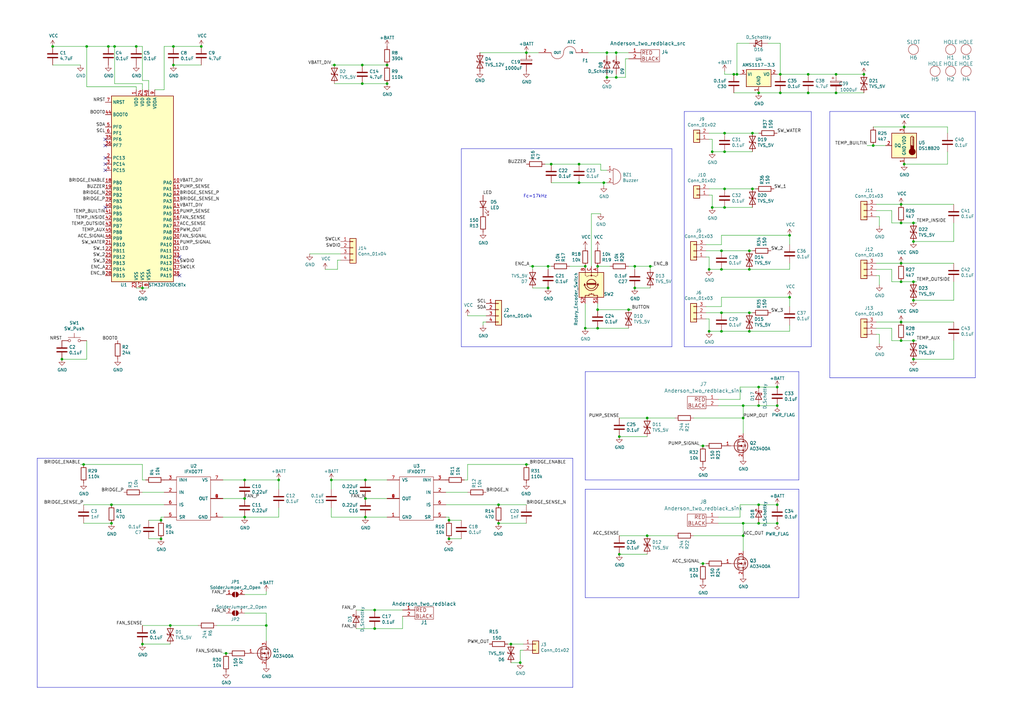
<source format=kicad_sch>
(kicad_sch (version 20230121) (generator eeschema)
  (paper "A3")
  (junction (at 247.65 74.93))
  (junction (at 374.65 139.7))
  (junction (at 215.9 190.5))
  (junction (at 374.65 123.19))
  (junction (at 369.57 107.95))
  (junction (at 304.8 171.45))
  (junction (at 318.77 166.37))
  (junction (at 58.42 118.11))
  (junction (at 370.84 52.07))
  (junction (at 304.8 214.63))
  (junction (at 148.59 34.29))
  (junction (at 297.18 77.47))
  (junction (at 109.22 256.54))
  (junction (at 25.4 147.32))
  (junction (at 58.42 264.16))
  (junction (at 292.1 85.09))
  (junction (at 45.72 214.63))
  (junction (at 320.04 30.48))
  (junction (at 69.85 256.54))
  (junction (at 369.57 83.82))
  (junction (at 307.34 110.49))
  (junction (at 369.57 132.08))
  (junction (at 149.86 204.47))
  (junction (at 311.15 38.1))
  (junction (at 21.59 19.05))
  (junction (at 311.15 214.63))
  (junction (at 260.35 109.22))
  (junction (at 331.47 38.1))
  (junction (at 44.45 19.05))
  (junction (at 153.67 250.19))
  (junction (at 252.73 31.75))
  (junction (at 100.33 196.85))
  (junction (at 369.57 115.57))
  (junction (at 342.9 38.1))
  (junction (at 218.44 109.22))
  (junction (at 153.67 257.81))
  (junction (at 307.34 102.87))
  (junction (at 370.84 67.31))
  (junction (at 245.11 109.22))
  (junction (at 302.26 30.48))
  (junction (at 254 227.33))
  (junction (at 323.85 96.52))
  (junction (at 46.99 19.05))
  (junction (at 158.75 34.29))
  (junction (at 245.11 127))
  (junction (at 55.88 19.05))
  (junction (at 311.15 207.01))
  (junction (at 295.91 102.87))
  (junction (at 215.9 21.59))
  (junction (at 318.77 158.75))
  (junction (at 66.04 213.36))
  (junction (at 374.65 147.32))
  (junction (at 288.29 182.88))
  (junction (at 149.86 212.09))
  (junction (at 34.29 190.5))
  (junction (at 240.03 109.22))
  (junction (at 260.35 118.11))
  (junction (at 71.12 19.05))
  (junction (at 257.81 127))
  (junction (at 318.77 214.63))
  (junction (at 209.55 264.16))
  (junction (at 331.47 30.48))
  (junction (at 148.59 26.67))
  (junction (at 304.8 219.71))
  (junction (at 297.18 62.23))
  (junction (at 82.55 19.05))
  (junction (at 158.75 26.67))
  (junction (at 300.99 30.48))
  (junction (at 204.47 207.01))
  (junction (at 311.15 158.75))
  (junction (at 290.83 135.89))
  (junction (at 252.73 21.59))
  (junction (at 369.57 91.44))
  (junction (at 320.04 38.1))
  (junction (at 295.91 135.89))
  (junction (at 204.47 214.63))
  (junction (at 311.15 166.37))
  (junction (at 374.65 91.44))
  (junction (at 226.06 67.31))
  (junction (at 308.61 77.47))
  (junction (at 265.43 219.71))
  (junction (at 114.3 196.85))
  (junction (at 184.15 220.98))
  (junction (at 342.9 30.48))
  (junction (at 45.72 207.01))
  (junction (at 307.34 128.27))
  (junction (at 100.33 212.09))
  (junction (at 297.18 54.61))
  (junction (at 304.8 166.37))
  (junction (at 354.33 30.48))
  (junction (at 35.56 19.05))
  (junction (at 266.7 109.22))
  (junction (at 369.57 139.7))
  (junction (at 318.77 207.01))
  (junction (at 297.18 85.09))
  (junction (at 288.29 231.14))
  (junction (at 358.14 59.69))
  (junction (at 224.79 118.11))
  (junction (at 265.43 171.45))
  (junction (at 292.1 62.23))
  (junction (at 237.49 74.93))
  (junction (at 295.91 110.49))
  (junction (at 135.89 196.85))
  (junction (at 290.83 110.49))
  (junction (at 240.03 134.62))
  (junction (at 254 179.07))
  (junction (at 307.34 135.89))
  (junction (at 137.16 26.67))
  (junction (at 224.79 109.22))
  (junction (at 100.33 204.47))
  (junction (at 295.91 128.27))
  (junction (at 184.15 213.36))
  (junction (at 237.49 67.31))
  (junction (at 248.92 21.59))
  (junction (at 66.04 220.98))
  (junction (at 149.86 196.85))
  (junction (at 374.65 115.57))
  (junction (at 245.11 134.62))
  (junction (at 248.92 31.75))
  (junction (at 308.61 54.61))
  (junction (at 92.71 267.97))
  (junction (at 374.65 99.06))
  (junction (at 323.85 121.92))
  (junction (at 213.36 271.78))
  (junction (at 71.12 26.67))
  (no_connect (at 43.18 59.69))
  (no_connect (at 73.66 113.03))
  (no_connect (at 43.18 67.31))
  (no_connect (at 43.18 64.77))
  (no_connect (at 43.18 85.09))
  (no_connect (at 73.66 105.41))
  (no_connect (at 43.18 57.15))
  (no_connect (at 43.18 69.85))
  (wire (pts (xy 391.16 139.7) (xy 391.16 147.32)))
  (wire (pts (xy 311.15 214.63) (xy 304.8 214.63)))
  (wire (pts (xy 66.04 212.09) (xy 67.31 212.09)))
  (wire (pts (xy 114.3 208.28) (xy 114.3 212.09)))
  (polyline (pts (xy 240.03 200.66) (xy 327.66 200.66)))
  (wire (pts (xy 246.38 69.85) (xy 248.92 69.85)))
  (wire (pts (xy 375.92 139.7) (xy 374.65 139.7)))
  (wire (pts (xy 189.23 213.36) (xy 184.15 213.36)))
  (wire (pts (xy 82.55 26.67) (xy 71.12 26.67)))
  (wire (pts (xy 218.44 110.49) (xy 218.44 109.22)))
  (wire (pts (xy 358.14 59.69) (xy 363.22 59.69)))
  (wire (pts (xy 191.77 190.5) (xy 215.9 190.5)))
  (wire (pts (xy 55.88 118.11) (xy 58.42 118.11)))
  (wire (pts (xy 91.44 267.97) (xy 92.71 267.97)))
  (wire (pts (xy 58.42 34.29) (xy 46.99 34.29)))
  (wire (pts (xy 320.04 30.48) (xy 320.04 17.78)))
  (wire (pts (xy 365.76 110.49) (xy 365.76 115.57)))
  (wire (pts (xy 369.57 83.82) (xy 391.16 83.82)))
  (wire (pts (xy 213.36 271.78) (xy 213.36 266.7)))
  (wire (pts (xy 388.62 67.31) (xy 370.84 67.31)))
  (wire (pts (xy 46.99 19.05) (xy 55.88 19.05)))
  (polyline (pts (xy 327.66 200.66) (xy 327.66 245.11)))
  (wire (pts (xy 58.42 264.16) (xy 69.85 264.16)))
  (wire (pts (xy 290.83 110.49) (xy 290.83 105.41)))
  (wire (pts (xy 391.16 115.57) (xy 391.16 123.19)))
  (wire (pts (xy 191.77 129.54) (xy 199.39 129.54)))
  (wire (pts (xy 100.33 196.85) (xy 114.3 196.85)))
  (wire (pts (xy 365.76 86.36) (xy 365.76 91.44)))
  (wire (pts (xy 288.29 182.88) (xy 287.02 182.88)))
  (wire (pts (xy 266.7 109.22) (xy 267.97 109.22)))
  (wire (pts (xy 320.04 17.78) (xy 314.96 17.78)))
  (wire (pts (xy 294.64 212.09) (xy 303.53 212.09)))
  (wire (pts (xy 35.56 19.05) (xy 44.45 19.05)))
  (wire (pts (xy 218.44 109.22) (xy 224.79 109.22)))
  (wire (pts (xy 308.61 54.61) (xy 297.18 54.61)))
  (wire (pts (xy 66.04 220.98) (xy 60.96 220.98)))
  (wire (pts (xy 58.42 19.05) (xy 58.42 33.02)))
  (wire (pts (xy 265.43 219.71) (xy 254 219.71)))
  (polyline (pts (xy 240.03 245.11) (xy 327.66 245.11)))
  (wire (pts (xy 240.03 124.46) (xy 240.03 134.62)))
  (wire (pts (xy 209.55 271.78) (xy 213.36 271.78)))
  (wire (pts (xy 209.55 264.16) (xy 214.63 264.16)))
  (wire (pts (xy 292.1 57.15) (xy 290.83 57.15)))
  (polyline (pts (xy 189.23 60.96) (xy 275.59 60.96)))
  (wire (pts (xy 127 104.14) (xy 139.7 104.14)))
  (wire (pts (xy 360.68 88.9) (xy 359.41 88.9)))
  (wire (pts (xy 307.34 102.87) (xy 295.91 102.87)))
  (wire (pts (xy 165.1 250.19) (xy 153.67 250.19)))
  (wire (pts (xy 109.22 251.46) (xy 109.22 256.54)))
  (wire (pts (xy 369.57 132.08) (xy 391.16 132.08)))
  (wire (pts (xy 276.86 219.71) (xy 265.43 219.71)))
  (wire (pts (xy 224.79 118.11) (xy 218.44 118.11)))
  (wire (pts (xy 226.06 109.22) (xy 224.79 109.22)))
  (polyline (pts (xy 240.03 152.4) (xy 327.66 152.4)))
  (wire (pts (xy 242.57 87.63) (xy 246.38 87.63)))
  (wire (pts (xy 213.36 266.7) (xy 214.63 266.7)))
  (wire (pts (xy 297.18 77.47) (xy 308.61 77.47)))
  (wire (pts (xy 320.04 38.1) (xy 331.47 38.1)))
  (wire (pts (xy 369.57 107.95) (xy 391.16 107.95)))
  (wire (pts (xy 60.96 33.02) (xy 60.96 36.83)))
  (wire (pts (xy 34.29 190.5) (xy 58.42 190.5)))
  (wire (pts (xy 360.68 116.84) (xy 360.68 113.03)))
  (wire (pts (xy 365.76 134.62) (xy 365.76 139.7)))
  (wire (pts (xy 254 179.07) (xy 265.43 179.07)))
  (wire (pts (xy 182.88 207.01) (xy 204.47 207.01)))
  (wire (pts (xy 246.38 67.31) (xy 246.38 69.85)))
  (wire (pts (xy 375.92 115.57) (xy 374.65 115.57)))
  (wire (pts (xy 114.3 212.09) (xy 100.33 212.09)))
  (wire (pts (xy 58.42 201.93) (xy 67.31 201.93)))
  (wire (pts (xy 359.41 86.36) (xy 365.76 86.36)))
  (wire (pts (xy 369.57 107.95) (xy 359.41 107.95)))
  (wire (pts (xy 252.73 31.75) (xy 256.54 31.75)))
  (wire (pts (xy 311.15 38.1) (xy 320.04 38.1)))
  (wire (pts (xy 290.83 110.49) (xy 295.91 110.49)))
  (wire (pts (xy 365.76 91.44) (xy 369.57 91.44)))
  (wire (pts (xy 148.59 34.29) (xy 158.75 34.29)))
  (wire (pts (xy 247.65 74.93) (xy 248.92 74.93)))
  (wire (pts (xy 297.18 29.21) (xy 297.18 30.48)))
  (wire (pts (xy 184.15 220.98) (xy 189.23 220.98)))
  (wire (pts (xy 302.26 17.78) (xy 302.26 30.48)))
  (wire (pts (xy 304.8 171.45) (xy 304.8 177.8)))
  (wire (pts (xy 302.26 30.48) (xy 303.53 30.48)))
  (wire (pts (xy 196.85 21.59) (xy 215.9 21.59)))
  (wire (pts (xy 331.47 30.48) (xy 342.9 30.48)))
  (wire (pts (xy 323.85 121.92) (xy 323.85 125.73)))
  (wire (pts (xy 245.11 127) (xy 245.11 124.46)))
  (wire (pts (xy 191.77 201.93) (xy 182.88 201.93)))
  (wire (pts (xy 58.42 196.85) (xy 59.69 196.85)))
  (wire (pts (xy 265.43 171.45) (xy 254 171.45)))
  (wire (pts (xy 287.02 231.14) (xy 288.29 231.14)))
  (polyline (pts (xy 15.24 187.96) (xy 234.95 187.96)))
  (wire (pts (xy 21.59 26.67) (xy 33.02 26.67)))
  (wire (pts (xy 215.9 190.5) (xy 217.17 190.5)))
  (wire (pts (xy 374.65 123.19) (xy 391.16 123.19)))
  (wire (pts (xy 252.73 30.48) (xy 252.73 31.75)))
  (wire (pts (xy 374.65 139.7) (xy 369.57 139.7)))
  (wire (pts (xy 323.85 135.89) (xy 323.85 133.35)))
  (wire (pts (xy 266.7 110.49) (xy 266.7 109.22)))
  (polyline (pts (xy 280.67 142.24) (xy 332.74 142.24)))
  (wire (pts (xy 369.57 83.82) (xy 359.41 83.82)))
  (wire (pts (xy 311.15 166.37) (xy 304.8 166.37)))
  (wire (pts (xy 292.1 62.23) (xy 297.18 62.23)))
  (wire (pts (xy 374.65 99.06) (xy 391.16 99.06)))
  (wire (pts (xy 248.92 31.75) (xy 252.73 31.75)))
  (wire (pts (xy 35.56 147.32) (xy 35.56 139.7)))
  (wire (pts (xy 217.17 109.22) (xy 218.44 109.22)))
  (wire (pts (xy 297.18 85.09) (xy 308.61 85.09)))
  (wire (pts (xy 307.34 110.49) (xy 323.85 110.49)))
  (wire (pts (xy 204.47 214.63) (xy 215.9 214.63)))
  (wire (pts (xy 295.91 135.89) (xy 307.34 135.89)))
  (wire (pts (xy 208.28 264.16) (xy 209.55 264.16)))
  (wire (pts (xy 67.31 19.05) (xy 67.31 36.83)))
  (wire (pts (xy 153.67 250.19) (xy 146.05 250.19)))
  (wire (pts (xy 248.92 22.86) (xy 248.92 21.59)))
  (wire (pts (xy 66.04 213.36) (xy 66.04 212.09)))
  (wire (pts (xy 58.42 36.83) (xy 58.42 34.29)))
  (wire (pts (xy 311.15 214.63) (xy 318.77 214.63)))
  (wire (pts (xy 320.04 30.48) (xy 331.47 30.48)))
  (wire (pts (xy 191.77 196.85) (xy 191.77 190.5)))
  (wire (pts (xy 44.45 19.05) (xy 46.99 19.05)))
  (wire (pts (xy 241.3 21.59) (xy 248.92 21.59)))
  (wire (pts (xy 365.76 115.57) (xy 369.57 115.57)))
  (wire (pts (xy 289.56 182.88) (xy 288.29 182.88)))
  (wire (pts (xy 311.15 158.75) (xy 303.53 158.75)))
  (wire (pts (xy 318.77 207.01) (xy 311.15 207.01)))
  (wire (pts (xy 247.65 76.2) (xy 247.65 74.93)))
  (wire (pts (xy 300.99 38.1) (xy 311.15 38.1)))
  (wire (pts (xy 252.73 21.59) (xy 257.81 21.59)))
  (wire (pts (xy 290.83 135.89) (xy 295.91 135.89)))
  (wire (pts (xy 257.81 127) (xy 245.11 127)))
  (wire (pts (xy 295.91 121.92) (xy 295.91 125.73)))
  (wire (pts (xy 260.35 109.22) (xy 257.81 109.22)))
  (wire (pts (xy 391.16 91.44) (xy 391.16 99.06)))
  (wire (pts (xy 138.43 110.49) (xy 138.43 106.68)))
  (wire (pts (xy 198.12 133.35) (xy 198.12 132.08)))
  (wire (pts (xy 220.98 21.59) (xy 215.9 21.59)))
  (wire (pts (xy 114.3 196.85) (xy 114.3 200.66)))
  (wire (pts (xy 318.77 158.75) (xy 311.15 158.75)))
  (wire (pts (xy 82.55 19.05) (xy 71.12 19.05)))
  (wire (pts (xy 304.8 214.63) (xy 304.8 219.71)))
  (wire (pts (xy 58.42 190.5) (xy 58.42 196.85)))
  (wire (pts (xy 311.15 207.01) (xy 303.53 207.01)))
  (wire (pts (xy 259.08 127) (xy 257.81 127)))
  (wire (pts (xy 342.9 38.1) (xy 354.33 38.1)))
  (polyline (pts (xy 340.36 45.72) (xy 340.36 154.94)))
  (polyline (pts (xy 234.95 281.94) (xy 15.24 281.94)))
  (wire (pts (xy 224.79 109.22) (xy 224.79 110.49)))
  (wire (pts (xy 254 227.33) (xy 265.43 227.33)))
  (polyline (pts (xy 234.95 187.96) (xy 234.95 281.94)))
  (wire (pts (xy 248.92 21.59) (xy 252.73 21.59)))
  (wire (pts (xy 374.65 115.57) (xy 369.57 115.57)))
  (wire (pts (xy 33.02 190.5) (xy 34.29 190.5)))
  (wire (pts (xy 370.84 52.07) (xy 388.62 52.07)))
  (wire (pts (xy 297.18 62.23) (xy 308.61 62.23)))
  (wire (pts (xy 308.61 54.61) (xy 311.15 54.61)))
  (wire (pts (xy 292.1 62.23) (xy 292.1 57.15)))
  (wire (pts (xy 21.59 19.05) (xy 35.56 19.05)))
  (wire (pts (xy 81.28 256.54) (xy 69.85 256.54)))
  (wire (pts (xy 359.41 134.62) (xy 365.76 134.62)))
  (wire (pts (xy 318.77 30.48) (xy 320.04 30.48)))
  (polyline (pts (xy 327.66 152.4) (xy 327.66 196.85)))
  (wire (pts (xy 146.05 257.81) (xy 153.67 257.81)))
  (polyline (pts (xy 280.67 142.24) (xy 280.67 45.72)))
  (wire (pts (xy 292.1 85.09) (xy 292.1 80.01)))
  (wire (pts (xy 360.68 113.03) (xy 359.41 113.03)))
  (wire (pts (xy 247.65 74.93) (xy 237.49 74.93)))
  (wire (pts (xy 233.68 109.22) (xy 240.03 109.22)))
  (wire (pts (xy 71.12 19.05) (xy 67.31 19.05)))
  (wire (pts (xy 35.56 35.56) (xy 55.88 35.56)))
  (wire (pts (xy 307.34 135.89) (xy 323.85 135.89)))
  (wire (pts (xy 149.86 212.09) (xy 158.75 212.09)))
  (wire (pts (xy 289.56 128.27) (xy 295.91 128.27)))
  (polyline (pts (xy 15.24 281.94) (xy 15.24 187.96)))
  (wire (pts (xy 323.85 110.49) (xy 323.85 107.95)))
  (wire (pts (xy 289.56 102.87) (xy 295.91 102.87)))
  (wire (pts (xy 135.89 200.66) (xy 135.89 196.85)))
  (wire (pts (xy 100.33 243.84) (xy 109.22 243.84)))
  (wire (pts (xy 358.14 52.07) (xy 370.84 52.07)))
  (wire (pts (xy 295.91 125.73) (xy 289.56 125.73)))
  (wire (pts (xy 374.65 91.44) (xy 375.92 91.44)))
  (wire (pts (xy 55.88 35.56) (xy 55.88 36.83)))
  (wire (pts (xy 323.85 121.92) (xy 295.91 121.92)))
  (polyline (pts (xy 240.03 200.66) (xy 240.03 245.11)))
  (wire (pts (xy 303.53 158.75) (xy 303.53 163.83)))
  (wire (pts (xy 91.44 196.85) (xy 100.33 196.85)))
  (wire (pts (xy 360.68 140.97) (xy 360.68 137.16)))
  (wire (pts (xy 257.81 134.62) (xy 245.11 134.62)))
  (wire (pts (xy 158.75 196.85) (xy 149.86 196.85)))
  (wire (pts (xy 137.16 26.67) (xy 148.59 26.67)))
  (wire (pts (xy 374.65 147.32) (xy 391.16 147.32)))
  (wire (pts (xy 223.52 67.31) (xy 226.06 67.31)))
  (wire (pts (xy 250.19 109.22) (xy 245.11 109.22)))
  (polyline (pts (xy 400.05 45.72) (xy 340.36 45.72)))
  (wire (pts (xy 342.9 30.48) (xy 354.33 30.48)))
  (wire (pts (xy 355.6 59.69) (xy 358.14 59.69)))
  (polyline (pts (xy 327.66 196.85) (xy 240.03 196.85)))
  (wire (pts (xy 303.53 207.01) (xy 303.53 212.09)))
  (wire (pts (xy 292.1 85.09) (xy 297.18 85.09)))
  (wire (pts (xy 190.5 196.85) (xy 191.77 196.85)))
  (wire (pts (xy 304.8 166.37) (xy 304.8 171.45)))
  (wire (pts (xy 240.03 134.62) (xy 245.11 134.62)))
  (wire (pts (xy 290.83 135.89) (xy 290.83 130.81)))
  (polyline (pts (xy 189.23 142.24) (xy 189.23 60.96)))
  (wire (pts (xy 58.42 33.02) (xy 60.96 33.02)))
  (wire (pts (xy 307.34 17.78) (xy 302.26 17.78)))
  (wire (pts (xy 135.89 196.85) (xy 149.86 196.85)))
  (wire (pts (xy 260.35 109.22) (xy 266.7 109.22)))
  (wire (pts (xy 304.8 214.63) (xy 294.64 214.63)))
  (wire (pts (xy 63.5 36.83) (xy 67.31 36.83)))
  (wire (pts (xy 148.59 26.67) (xy 158.75 26.67)))
  (wire (pts (xy 45.72 214.63) (xy 34.29 214.63)))
  (wire (pts (xy 165.1 257.81) (xy 153.67 257.81)))
  (polyline (pts (xy 189.23 142.24) (xy 275.59 142.24)))
  (wire (pts (xy 308.61 102.87) (xy 307.34 102.87)))
  (wire (pts (xy 290.83 105.41) (xy 289.56 105.41)))
  (wire (pts (xy 109.22 243.84) (xy 109.22 242.57)))
  (wire (pts (xy 91.44 212.09) (xy 100.33 212.09)))
  (wire (pts (xy 165.1 252.73) (xy 165.1 257.81)))
  (wire (pts (xy 359.41 110.49) (xy 365.76 110.49)))
  (wire (pts (xy 388.62 52.07) (xy 388.62 54.61)))
  (polyline (pts (xy 340.36 154.94) (xy 400.05 154.94)))
  (wire (pts (xy 304.8 166.37) (xy 294.64 166.37)))
  (wire (pts (xy 311.15 166.37) (xy 318.77 166.37)))
  (wire (pts (xy 266.7 118.11) (xy 260.35 118.11)))
  (wire (pts (xy 288.29 231.14) (xy 289.56 231.14)))
  (wire (pts (xy 135.89 208.28) (xy 135.89 212.09)))
  (wire (pts (xy 215.9 207.01) (xy 204.47 207.01)))
  (polyline (pts (xy 275.59 142.24) (xy 275.59 60.96)))
  (wire (pts (xy 294.64 163.83) (xy 303.53 163.83)))
  (wire (pts (xy 290.83 54.61) (xy 297.18 54.61)))
  (wire (pts (xy 60.96 213.36) (xy 66.04 213.36)))
  (polyline (pts (xy 400.05 154.94) (xy 400.05 45.72)))
  (polyline (pts (xy 280.67 45.72) (xy 332.74 45.72)))
  (wire (pts (xy 292.1 80.01) (xy 290.83 80.01)))
  (wire (pts (xy 256.54 24.13) (xy 257.81 24.13)))
  (wire (pts (xy 138.43 106.68) (xy 139.7 106.68)))
  (wire (pts (xy 300.99 30.48) (xy 302.26 30.48)))
  (wire (pts (xy 137.16 26.67) (xy 135.89 26.67)))
  (wire (pts (xy 360.68 92.71) (xy 360.68 88.9)))
  (wire (pts (xy 365.76 139.7) (xy 369.57 139.7)))
  (wire (pts (xy 295.91 110.49) (xy 307.34 110.49)))
  (wire (pts (xy 290.83 130.81) (xy 289.56 130.81)))
  (wire (pts (xy 388.62 62.23) (xy 388.62 67.31)))
  (polyline (pts (xy 240.03 152.4) (xy 240.03 196.85)))
  (wire (pts (xy 91.44 204.47) (xy 100.33 204.47)))
  (wire (pts (xy 135.89 212.09) (xy 149.86 212.09)))
  (wire (pts (xy 137.16 34.29) (xy 148.59 34.29)))
  (wire (pts (xy 55.88 19.05) (xy 58.42 19.05)))
  (wire (pts (xy 297.18 30.48) (xy 300.99 30.48)))
  (wire (pts (xy 331.47 38.1) (xy 342.9 38.1)))
  (wire (pts (xy 323.85 96.52) (xy 295.91 96.52)))
  (polyline (pts (xy 332.74 142.24) (xy 332.74 45.72)))
  (wire (pts (xy 323.85 96.52) (xy 323.85 100.33)))
  (wire (pts (xy 184.15 213.36) (xy 184.15 212.09)))
  (wire (pts (xy 184.15 212.09) (xy 182.88 212.09)))
  (wire (pts (xy 308.61 128.27) (xy 307.34 128.27)))
  (wire (pts (xy 260.35 110.49) (xy 260.35 109.22)))
  (wire (pts (xy 374.65 91.44) (xy 369.57 91.44)))
  (wire (pts (xy 304.8 219.71) (xy 304.8 226.06)))
  (wire (pts (xy 309.88 77.47) (xy 308.61 77.47)))
  (wire (pts (xy 226.06 67.31) (xy 237.49 67.31)))
  (wire (pts (xy 256.54 31.75) (xy 256.54 24.13)))
  (wire (pts (xy 34.29 207.01) (xy 45.72 207.01)))
  (wire (pts (xy 58.42 118.11) (xy 60.96 118.11)))
  (wire (pts (xy 109.22 251.46) (xy 100.33 251.46)))
  (wire (pts (xy 158.75 204.47) (xy 149.86 204.47)))
  (wire (pts (xy 252.73 22.86) (xy 252.73 21.59)))
  (wire (pts (xy 35.56 19.05) (xy 35.56 35.56)))
  (wire (pts (xy 133.35 110.49) (xy 138.43 110.49)))
  (wire (pts (xy 46.99 34.29) (xy 46.99 19.05)))
  (wire (pts (xy 369.57 132.08) (xy 359.41 132.08)))
  (wire (pts (xy 284.48 219.71) (xy 304.8 219.71)))
  (wire (pts (xy 360.68 137.16) (xy 359.41 137.16)))
  (wire (pts (xy 237.49 74.93) (xy 226.06 74.93)))
  (wire (pts (xy 295.91 100.33) (xy 289.56 100.33)))
  (wire (pts (xy 25.4 147.32) (xy 35.56 147.32)))
  (wire (pts (xy 248.92 31.75) (xy 248.92 30.48)))
  (wire (pts (xy 88.9 256.54) (xy 109.22 256.54)))
  (wire (pts (xy 284.48 171.45) (xy 304.8 171.45)))
  (wire (pts (xy 67.31 207.01) (xy 45.72 207.01)))
  (wire (pts (xy 109.22 256.54) (xy 109.22 262.89)))
  (wire (pts (xy 307.34 128.27) (xy 295.91 128.27)))
  (wire (pts (xy 290.83 77.47) (xy 297.18 77.47)))
  (wire (pts (xy 276.86 171.45) (xy 265.43 171.45)))
  (wire (pts (xy 69.85 256.54) (xy 58.42 256.54)))
  (wire (pts (xy 92.71 267.97) (xy 93.98 267.97)))
  (wire (pts (xy 198.12 132.08) (xy 199.39 132.08)))
  (wire (pts (xy 242.57 109.22) (xy 242.57 87.63)))
  (wire (pts (xy 295.91 96.52) (xy 295.91 100.33)))
  (wire (pts (xy 237.49 67.31) (xy 246.38 67.31)))
  (text "Fc=17kHz" (at 214.63 81.28 0) (effects (font (size 1.27 1.27)) (justify left bottom)))
  (label "FAN_N" (at 149.86 204.47 180))
  (label "FAN_N" (at 92.71 251.46 180))
  (label "VBATT_DIV" (at 135.89 26.67 180))
  (label "FAN_P" (at 100.33 204.47 0))
  (label "BUZZER" (at 215.9 67.31 180))
  (label "TEMP_OUTSIDE" (at 375.92 115.57 0))
  (label "BUZZER" (at 43.18 77.47 180))
  (label "ACC_SENSE" (at 254 219.71 180))
  (label "BOOT0" (at 48.26 139.7 180))
  (label "FAN_SIGNAL" (at 73.66 97.79 0))
  (label "SW_2" (at 316.23 102.87 0))
  (label "PUMP_OUT" (at 304.8 171.45 0))
  (label "FAN_SIGNAL" (at 91.44 267.97 180))
  (label "BRIDGE_N" (at 43.18 80.01 180))
  (label "SW_WATER" (at 43.18 100.33 180))
  (label "ACC_SENSE" (at 73.66 92.71 0))
  (label "TEMP_INSIDE" (at 375.92 91.44 0))
  (label "TEMP_BUILTIN" (at 43.18 87.63 180))
  (label "VBATT_DIV" (at 73.66 85.09 0))
  (label "SW_WATER" (at 318.77 54.61 0))
  (label "TEMP_INSIDE" (at 43.18 90.17 180))
  (label "SCL" (at 199.39 124.46 180))
  (label "PUMP_SENSE" (at 73.66 77.47 0))
  (label "SWCLK" (at 139.7 99.06 180))
  (label "BRIDGE_ENABLE" (at 217.17 190.5 0))
  (label "BRIDGE_SENSE_N" (at 215.9 207.01 0))
  (label "SW_1" (at 43.18 102.87 180))
  (label "PUMP_SENSE" (at 254 171.45 180))
  (label "ENC_A" (at 43.18 110.49 180))
  (label "SDA" (at 199.39 127 180))
  (label "TEMP_AUX" (at 43.18 95.25 180))
  (label "ENC_B" (at 43.18 113.03 180))
  (label "SCL" (at 43.18 54.61 180))
  (label "ACC_OUT" (at 304.8 219.71 0))
  (label "VBATT_DIV" (at 73.66 74.93 0))
  (label "ACC_SIGNAL" (at 43.18 97.79 180))
  (label "BRIDGE_SENSE_N" (at 73.66 82.55 0))
  (label "SW_3" (at 316.23 128.27 0))
  (label "PWM_OUT" (at 73.66 95.25 0))
  (label "SWDIO" (at 73.66 107.95 0))
  (label "TEMP_OUTSIDE" (at 43.18 92.71 180))
  (label "FAN_N" (at 146.05 257.81 180))
  (label "ENC_B" (at 267.97 109.22 0))
  (label "BRIDGE_P" (at 43.18 82.55 180))
  (label "NRST" (at 25.4 139.7 180))
  (label "SW_3" (at 43.18 107.95 180))
  (label "LED" (at 73.66 102.87 0))
  (label "ACC_SIGNAL" (at 287.02 231.14 180))
  (label "BRIDGE_P" (at 50.8 201.93 180))
  (label "PUMP_SENSE" (at 73.66 87.63 0))
  (label "PUMP_SIGNAL" (at 73.66 100.33 0))
  (label "SDA" (at 43.18 52.07 180))
  (label "LED" (at 198.12 80.01 0))
  (label "BRIDGE_ENABLE" (at 43.18 74.93 180))
  (label "SWDIO" (at 139.7 101.6 180))
  (label "PWM_OUT" (at 200.66 264.16 180))
  (label "TEMP_AUX" (at 375.92 139.7 0))
  (label "FAN_SENSE" (at 73.66 90.17 0))
  (label "TEMP_BUILTIN" (at 355.6 59.69 180))
  (label "SWCLK" (at 73.66 110.49 0))
  (label "BRIDGE_ENABLE" (at 33.02 190.5 180))
  (label "BUTTON" (at 259.08 127 0))
  (label "NRST" (at 43.18 41.91 180))
  (label "PUMP_SIGNAL" (at 287.02 182.88 180))
  (label "BRIDGE_SENSE_P" (at 73.66 80.01 0))
  (label "FAN_SENSE" (at 58.42 256.54 180))
  (label "FAN_P" (at 92.71 243.84 180))
  (label "FAN_P" (at 146.05 250.19 180))
  (label "BRIDGE_SENSE_P" (at 34.29 207.01 180))
  (label "SW_1" (at 317.5 77.47 0))
  (label "BRIDGE_N" (at 199.39 201.93 0))
  (label "SW_2" (at 43.18 105.41 180))
  (label "BOOT0" (at 43.18 46.99 180))
  (label "ENC_A" (at 217.17 109.22 180))
  (symbol (lib_id "hvac-v2-rescue:Anderson_two_redblack") (at 173.99 251.46 0) (unit 1)
    (property "Reference" "J1" (at 173.99 255.27 0) (effects (font (size 1.524 1.524))))
    (property "Value" "Anderson_two_redblack" (at 173.99 247.65 0) (effects (font (size 1.524 1.524))))
    (property "Footprint" "homebrew:Anderson_1336G1_right_angle_bottom_two" (effects hide))
  )
  (symbol (lib_id "power:+BATT") (at 215.9 21.59 0) (unit 1)
    (property "Reference" "#PWR026" (effects hide))
    (property "Value" "+BATT" (at 215.9 18.034 0))
  )
  (symbol (lib_id "power:GND") (at 248.92 31.75 0) (unit 1)
    (property "Reference" "#PWR034" (effects hide))
    (property "Value" "GND" (at 248.92 35.56 0))
  )
  (symbol (lib_id "hvac-v2-rescue:POWER_FUSE") (at 231.14 21.59 180) (unit 1)
    (property "Reference" "F1" (at 241.3 24.13 0) (effects (justify left bottom)))
    (property "Value" "ATC" (at 236.22 16.51 0) (effects (justify left bottom)))
    (property "Footprint" "homebrew:FUSE_3550-2" (effects hide))
    (property "MPN" "3550-2" (effects hide))
  )
  (symbol (lib_id "hvac-v2-rescue:HOLE") (at 389.89 20.32 0) (unit 1)
    (property "Reference" "H1" (at 389.89 23.622 0) (effects (font (size 1.524 1.524))))
    (property "Value" "HOLE" (at 389.89 17.272 0) (effects (font (size 1.524 1.524))))
    (property "Footprint" "homebrew:HOLE_M4" (effects hide))
  )
  (symbol (lib_id "hvac-v2-rescue:HOLE") (at 396.24 20.32 0) (unit 1)
    (property "Reference" "H3" (at 396.24 23.622 0) (effects (font (size 1.524 1.524))))
    (property "Value" "HOLE" (at 396.24 17.272 0) (effects (font (size 1.524 1.524))))
    (property "Footprint" "homebrew:HOLE_M4" (effects hide))
  )
  (symbol (lib_id "hvac-v2-rescue:HOLE") (at 389.89 29.21 0) (unit 1)
    (property "Reference" "H2" (at 389.89 32.512 0) (effects (font (size 1.524 1.524))))
    (property "Value" "HOLE" (at 389.89 26.162 0) (effects (font (size 1.524 1.524))))
    (property "Footprint" "homebrew:HOLE_M4" (effects hide))
  )
  (symbol (lib_id "hvac-v2-rescue:HOLE") (at 396.24 29.21 0) (unit 1)
    (property "Reference" "H4" (at 396.24 32.512 0) (effects (font (size 1.524 1.524))))
    (property "Value" "HOLE" (at 396.24 26.162 0) (effects (font (size 1.524 1.524))))
    (property "Footprint" "homebrew:HOLE_M4" (effects hide))
  )
  (symbol (lib_id "hvac-v2-rescue:STM32F030C8Tx-MCU_ST_STM32F0") (at 58.42 77.47 0) (unit 1)
    (property "Reference" "U1" (at 50.8 116.84 0))
    (property "Value" "STM32F030C8Tx" (at 68.58 116.84 0))
    (property "Footprint" "Package_QFP:LQFP-48_7x7mm_P0.5mm" (effects hide))
    (property "Datasheet" "http://www.st.com/st-web-ui/static/active/en/resource/technical/document/datasheet/DM00088500.pdf" (effects hide))
    (property "LCSC" "C23922" (effects hide))
  )
  (symbol (lib_id "Device:C") (at 71.12 22.86 0) (unit 1)
    (property "Reference" "C8" (at 74.041 21.6916 0) (effects (justify left)))
    (property "Value" "0.1uF" (at 74.041 24.003 0) (effects (justify left)))
    (property "Footprint" "Capacitor_SMD:C_0402_1005Metric" (effects hide))
    (property "LCSC" "C307331" (effects hide))
  )
  (symbol (lib_id "Device:C") (at 82.55 22.86 0) (unit 1)
    (property "Reference" "C9" (at 85.471 21.6916 0) (effects (justify left)))
    (property "Value" "4.7uF" (at 85.471 24.003 0) (effects (justify left)))
    (property "Footprint" "Capacitor_SMD:C_0603_1608Metric" (effects hide))
    (property "LCSC" "C19666" (effects hide))
  )
  (symbol (lib_id "power:GND") (at 71.12 26.67 0) (unit 1)
    (property "Reference" "#PWR011" (effects hide))
    (property "Value" "GND" (at 71.247 31.0642 0))
  )
  (symbol (lib_id "Device:C") (at 21.59 22.86 0) (unit 1)
    (property "Reference" "C1" (at 24.511 21.6916 0) (effects (justify left)))
    (property "Value" "4.7uF" (at 24.511 24.003 0) (effects (justify left)))
    (property "Footprint" "Capacitor_SMD:C_0603_1608Metric" (effects hide))
    (property "LCSC" "C19666" (effects hide))
  )
  (symbol (lib_id "Device:C") (at 44.45 22.86 0) (unit 1)
    (property "Reference" "C4" (at 47.371 21.6916 0) (effects (justify left)))
    (property "Value" "0.1uF" (at 47.371 24.003 0) (effects (justify left)))
    (property "Footprint" "Capacitor_SMD:C_0402_1005Metric" (effects hide))
    (property "LCSC" "C307331" (effects hide))
  )
  (symbol (lib_id "Device:C") (at 55.88 22.86 0) (unit 1)
    (property "Reference" "C5" (at 58.801 21.6916 0) (effects (justify left)))
    (property "Value" "0.1uF" (at 58.801 24.003 0) (effects (justify left)))
    (property "Footprint" "Capacitor_SMD:C_0402_1005Metric" (effects hide))
    (property "LCSC" "C307331" (effects hide))
  )
  (symbol (lib_id "Device:C") (at 25.4 143.51 0) (unit 1)
    (property "Reference" "C2" (at 28.321 142.3416 0) (effects (justify left)))
    (property "Value" "0.1uF" (at 28.321 144.653 0) (effects (justify left)))
    (property "Footprint" "Capacitor_SMD:C_0402_1005Metric" (effects hide))
    (property "LCSC" "C307331" (effects hide))
  )
  (symbol (lib_id "power:GND") (at 304.8 187.96 0) (unit 1)
    (property "Reference" "#PWR043" (effects hide))
    (property "Value" "GND" (at 304.927 192.3542 0))
  )
  (symbol (lib_id "power:GND") (at 55.88 26.67 0) (unit 1)
    (property "Reference" "#PWR07" (effects hide))
    (property "Value" "GND" (at 56.007 31.0642 0))
  )
  (symbol (lib_id "power:GND") (at 44.45 26.67 0) (unit 1)
    (property "Reference" "#PWR04" (effects hide))
    (property "Value" "GND" (at 44.577 31.0642 0))
  )
  (symbol (lib_id "power:GND") (at 33.02 26.67 0) (unit 1)
    (property "Reference" "#PWR03" (effects hide))
    (property "Value" "GND" (at 33.147 31.0642 0))
  )
  (symbol (lib_id "power:VCC") (at 82.55 19.05 0) (unit 1)
    (property "Reference" "#PWR012" (effects hide))
    (property "Value" "VCC" (at 82.931 14.6558 0))
  )
  (symbol (lib_id "power:VCC") (at 21.59 19.05 0) (unit 1)
    (property "Reference" "#PWR01" (effects hide))
    (property "Value" "VCC" (at 21.971 14.6558 0))
  )
  (symbol (lib_id "Transistor_FET:AO3400A") (at 302.26 182.88 0) (unit 1)
    (property "Reference" "Q2" (at 307.467 181.7116 0) (effects (justify left)))
    (property "Value" "AO3400A" (at 307.467 184.023 0) (effects (justify left)))
    (property "Footprint" "Package_TO_SOT_SMD:SOT-23" (effects hide))
    (property "Datasheet" "http://www.aosmd.com/pdfs/datasheet/AO3400A.pdf" (effects hide))
    (property "LCSC" "C20917" (effects hide))
  )
  (symbol (lib_id "Connector_Generic:Conn_01x04") (at 204.47 127 0) (unit 1)
    (property "Reference" "J2" (at 206.502 127.2032 0) (effects (justify left)))
    (property "Value" "Conn_01x04" (at 206.502 129.5146 0) (effects (justify left)))
    (property "Footprint" "Connector_PinHeader_2.54mm:PinHeader_1x04_P2.54mm_Horizontal" (effects hide))
  )
  (symbol (lib_id "power:GND") (at 198.12 133.35 0) (unit 1)
    (property "Reference" "#PWR023" (effects hide))
    (property "Value" "GND" (at 198.247 137.7442 0))
  )
  (symbol (lib_id "power:VCC") (at 191.77 129.54 0) (unit 1)
    (property "Reference" "#PWR020" (effects hide))
    (property "Value" "VCC" (at 192.151 125.1458 0))
  )
  (symbol (lib_id "power:GND") (at 58.42 118.11 0) (unit 1)
    (property "Reference" "#PWR08" (effects hide))
    (property "Value" "GND" (at 58.547 122.5042 0))
  )
  (symbol (lib_id "Device:R") (at 293.37 182.88 270) (unit 1)
    (property "Reference" "R23" (at 294.5384 184.658 0) (effects (justify left)))
    (property "Value" "150" (at 292.227 184.658 0) (effects (justify left)))
    (property "Footprint" "Resistor_SMD:R_0603_1608Metric" (effects hide))
    (property "LCSC" "C22808" (effects hide))
  )
  (symbol (lib_id "Switch:SW_Push") (at 30.48 139.7 0) (unit 1)
    (property "Reference" "SW1" (at 30.48 132.461 0))
    (property "Value" "SW_Push" (at 30.48 134.7724 0))
    (property "Footprint" "homebrew:SW_TACTILE_5.1MM_TS-1187A-C-D-B" (effects hide))
    (property "LCSC" "C318884" (effects hide))
  )
  (symbol (lib_id "Device:D_Schottky") (at 311.15 162.56 90) (mirror x) (unit 1)
    (property "Reference" "D17" (at 308.61 162.56 0))
    (property "Value" "D_Schottky" (at 313.69 162.56 0))
    (property "Footprint" "Diode_THT:D_DO-201AD_P12.70mm_Horizontal" (effects hide))
    (property "MPN" "SB10150TA" (effects hide))
  )
  (symbol (lib_id "power:GND") (at 25.4 147.32 0) (unit 1)
    (property "Reference" "#PWR02" (effects hide))
    (property "Value" "GND" (at 25.527 151.7142 0))
  )
  (symbol (lib_id "Device:R") (at 186.69 196.85 90) (unit 1)
    (property "Reference" "R11" (at 185.5216 195.072 0) (effects (justify left)))
    (property "Value" "10k" (at 187.833 195.072 0) (effects (justify left)))
    (property "Footprint" "Resistor_SMD:R_0603_1608Metric" (effects hide))
    (property "LCSC" "C25804" (effects hide))
  )
  (symbol (lib_id "Device:R") (at 195.58 201.93 90) (unit 1)
    (property "Reference" "R12" (at 194.4116 200.152 0) (effects (justify left)))
    (property "Value" "10k" (at 196.723 200.152 0) (effects (justify left)))
    (property "Footprint" "Resistor_SMD:R_0603_1608Metric" (effects hide))
    (property "LCSC" "C25804" (effects hide))
  )
  (symbol (lib_id "hvac-v2-rescue:CP-Device") (at 215.9 25.4 0) (mirror y) (unit 1)
    (property "Reference" "C19" (at 209.55 25.4 0) (effects (justify right)))
    (property "Value" "1000uF" (at 207.01 27.94 0) (effects (justify right)))
    (property "Footprint" "Capacitor_THT:CP_Radial_D10.0mm_P5.00mm" (effects hide))
    (property "MPN" "25PK1000MEFC10X16" (effects hide))
  )
  (symbol (lib_id "Device:R") (at 48.26 143.51 0) (unit 1)
    (property "Reference" "R2" (at 50.038 142.3416 0) (effects (justify left)))
    (property "Value" "24k" (at 50.038 144.653 0) (effects (justify left)))
    (property "Footprint" "Resistor_SMD:R_0603_1608Metric" (effects hide))
    (property "LCSC" "C23352" (effects hide))
  )
  (symbol (lib_id "power:GND") (at 48.26 147.32 0) (unit 1)
    (property "Reference" "#PWR06" (effects hide))
    (property "Value" "GND" (at 48.387 151.7142 0))
  )
  (symbol (lib_id "power:GND") (at 215.9 29.21 0) (unit 1)
    (property "Reference" "#PWR027" (effects hide))
    (property "Value" "GND" (at 216.027 33.6042 0))
  )
  (symbol (lib_id "Device:C") (at 135.89 204.47 180) (unit 1)
    (property "Reference" "C13" (at 132.969 205.6384 0) (effects (justify left)))
    (property "Value" "0.1uF" (at 132.969 203.327 0) (effects (justify left)))
    (property "Footprint" "Capacitor_SMD:C_0402_1005Metric" (effects hide))
    (property "LCSC" "C307331" (effects hide))
  )
  (symbol (lib_id "Device:R") (at 158.75 30.48 0) (unit 1)
    (property "Reference" "R9" (at 160.528 29.3116 0) (effects (justify left)))
    (property "Value" "110k" (at 160.528 31.623 0) (effects (justify left)))
    (property "Footprint" "Resistor_SMD:R_0603_1608Metric" (effects hide))
    (property "LCSC" "C25805" (effects hide))
  )
  (symbol (lib_id "Device:C") (at 114.3 204.47 0) (unit 1)
    (property "Reference" "C12" (at 117.221 203.3016 0) (effects (justify left)))
    (property "Value" "0.1uF" (at 117.221 205.613 0) (effects (justify left)))
    (property "Footprint" "Capacitor_SMD:C_0402_1005Metric" (effects hide))
    (property "LCSC" "C307331" (effects hide))
  )
  (symbol (lib_id "Device:R") (at 158.75 22.86 0) (unit 1)
    (property "Reference" "R8" (at 160.528 21.6916 0) (effects (justify left)))
    (property "Value" "390k" (at 160.528 24.003 0) (effects (justify left)))
    (property "Footprint" "Resistor_SMD:R_0603_1608Metric" (effects hide))
    (property "LCSC" "C23150" (effects hide))
  )
  (symbol (lib_id "power:+BATT") (at 158.75 19.05 0) (unit 1)
    (property "Reference" "#PWR017" (effects hide))
    (property "Value" "+BATT" (at 158.75 15.494 0))
  )
  (symbol (lib_id "Device:C") (at 100.33 200.66 0) (unit 1)
    (property "Reference" "C10" (at 103.251 199.4916 0) (effects (justify left)))
    (property "Value" "0.22uF" (at 103.251 201.803 0) (effects (justify left)))
    (property "Footprint" "Capacitor_SMD:C_0805_2012Metric" (effects hide))
    (property "LCSC" "C5378" (effects hide))
  )
  (symbol (lib_id "Device:C") (at 100.33 208.28 0) (unit 1)
    (property "Reference" "C11" (at 103.251 207.1116 0) (effects (justify left)))
    (property "Value" "0.22uF" (at 103.251 209.423 0) (effects (justify left)))
    (property "Footprint" "Capacitor_SMD:C_0805_2012Metric" (effects hide))
    (property "LCSC" "C5378" (effects hide))
  )
  (symbol (lib_id "power:+BATT") (at 318.77 158.75 0) (unit 1)
    (property "Reference" "#PWR046" (effects hide))
    (property "Value" "+BATT" (at 318.77 155.194 0))
  )
  (symbol (lib_id "power:GND") (at 158.75 34.29 0) (unit 1)
    (property "Reference" "#PWR018" (effects hide))
    (property "Value" "GND" (at 158.877 38.6842 0))
  )
  (symbol (lib_id "Device:C") (at 148.59 30.48 0) (unit 1)
    (property "Reference" "C14" (at 151.511 29.3116 0) (effects (justify left)))
    (property "Value" "4.7uF" (at 151.511 31.623 0) (effects (justify left)))
    (property "Footprint" "Capacitor_SMD:C_0603_1608Metric" (effects hide))
    (property "LCSC" "C19666" (effects hide))
  )
  (symbol (lib_id "Device:C") (at 149.86 200.66 180) (unit 1)
    (property "Reference" "C15" (at 146.939 201.8284 0) (effects (justify left)))
    (property "Value" "0.22uF" (at 146.939 199.517 0) (effects (justify left)))
    (property "Footprint" "Capacitor_SMD:C_0805_2012Metric" (effects hide))
    (property "LCSC" "C5378" (effects hide))
  )
  (symbol (lib_id "Device:C") (at 149.86 208.28 180) (unit 1)
    (property "Reference" "C16" (at 146.939 209.4484 0) (effects (justify left)))
    (property "Value" "0.22uF" (at 146.939 207.137 0) (effects (justify left)))
    (property "Footprint" "Capacitor_SMD:C_0805_2012Metric" (effects hide))
    (property "LCSC" "C5378" (effects hide))
  )
  (symbol (lib_id "Device:D_TVS") (at 137.16 30.48 270) (unit 1)
    (property "Reference" "D2" (at 139.192 29.3116 90) (effects (justify left)))
    (property "Value" "TVS_5V" (at 139.192 31.623 90) (effects (justify left)))
    (property "Footprint" "Diode_SMD:D_SOD-323" (effects hide))
    (property "LCSC" "C182013" (effects hide))
  )
  (symbol (lib_id "Device:D_TVS") (at 196.85 25.4 270) (unit 1)
    (property "Reference" "D4" (at 198.882 24.2316 90) (effects (justify left)))
    (property "Value" "TVS_12V" (at 198.882 26.543 90) (effects (justify left)))
    (property "Footprint" "Diode_SMD:D_SMB_Handsoldering" (effects hide))
    (property "MPN" "SMBJ16CA" (effects hide))
  )
  (symbol (lib_id "power:GND") (at 196.85 29.21 0) (unit 1)
    (property "Reference" "#PWR021" (effects hide))
    (property "Value" "GND" (at 196.85 33.02 0))
  )
  (symbol (lib_id "Device:R") (at 288.29 186.69 0) (mirror y) (unit 1)
    (property "Reference" "R32" (at 286.512 185.5216 0) (effects (justify left)))
    (property "Value" "10k" (at 286.512 187.833 0) (effects (justify left)))
    (property "Footprint" "Resistor_SMD:R_0603_1608Metric" (effects hide))
    (property "LCSC" "C25804" (effects hide))
  )
  (symbol (lib_id "Device:C") (at 318.77 162.56 0) (unit 1)
    (property "Reference" "C33" (at 321.691 161.3916 0) (effects (justify left)))
    (property "Value" "0.1uF" (at 321.691 163.703 0) (effects (justify left)))
    (property "Footprint" "Capacitor_SMD:C_0402_1005Metric" (effects hide))
    (property "LCSC" "C307331" (effects hide))
  )
  (symbol (lib_id "hvac-v2-rescue:HOLE") (at 374.65 20.32 0) (unit 1)
    (property "Reference" "H6" (at 374.65 23.622 0) (effects (font (size 1.524 1.524))))
    (property "Value" "SLOT" (at 374.65 17.272 0) (effects (font (size 1.524 1.524))))
    (property "Footprint" "homebrew:SLOT_W2mm_H8mm" (effects hide))
  )
  (symbol (lib_id "power:GND") (at 100.33 212.09 0) (unit 1)
    (property "Reference" "#PWR013" (effects hide))
    (property "Value" "GND" (at 100.457 216.4842 0))
  )
  (symbol (lib_id "power:GND") (at 149.86 212.09 0) (unit 1)
    (property "Reference" "#PWR016" (effects hide))
    (property "Value" "GND" (at 149.987 216.4842 0))
  )
  (symbol (lib_id "Device:R") (at 45.72 210.82 0) (unit 1)
    (property "Reference" "R1" (at 47.498 209.6516 0) (effects (justify left)))
    (property "Value" "470" (at 47.498 211.963 0) (effects (justify left)))
    (property "Footprint" "Resistor_SMD:R_0603_1608Metric" (effects hide))
    (property "LCSC" "C23179" (effects hide))
  )
  (symbol (lib_id "power:GND") (at 288.29 190.5 0) (unit 1)
    (property "Reference" "#PWR0106" (effects hide))
    (property "Value" "GND" (at 288.417 194.8942 0))
  )
  (symbol (lib_id "power:GND") (at 45.72 214.63 0) (unit 1)
    (property "Reference" "#PWR05" (effects hide))
    (property "Value" "GND" (at 45.847 219.0242 0))
  )
  (symbol (lib_id "Device:C") (at 34.29 210.82 0) (unit 1)
    (property "Reference" "C3" (at 37.211 209.6516 0) (effects (justify left)))
    (property "Value" "1nF" (at 37.211 211.963 0) (effects (justify left)))
    (property "Footprint" "Capacitor_SMD:C_0402_1005Metric" (effects hide))
    (property "LCSC" "C1523" (effects hide))
  )
  (symbol (lib_id "Device:R") (at 66.04 217.17 0) (unit 1)
    (property "Reference" "R5" (at 67.818 216.0016 0) (effects (justify left)))
    (property "Value" "10k" (at 67.818 218.313 0) (effects (justify left)))
    (property "Footprint" "Resistor_SMD:R_0603_1608Metric" (effects hide))
    (property "LCSC" "C25804" (effects hide))
  )
  (symbol (lib_id "power:GND") (at 66.04 220.98 0) (unit 1)
    (property "Reference" "#PWR010" (effects hide))
    (property "Value" "GND" (at 66.167 225.3742 0))
  )
  (symbol (lib_id "Device:R") (at 288.29 234.95 0) (mirror y) (unit 1)
    (property "Reference" "R33" (at 286.512 233.7816 0) (effects (justify left)))
    (property "Value" "10k" (at 286.512 236.093 0) (effects (justify left)))
    (property "Footprint" "Resistor_SMD:R_0603_1608Metric" (effects hide))
    (property "LCSC" "C25804" (effects hide))
  )
  (symbol (lib_id "Device:R") (at 204.47 210.82 0) (mirror y) (unit 1)
    (property "Reference" "R14" (at 202.692 209.6516 0) (effects (justify left)))
    (property "Value" "470" (at 202.692 211.963 0) (effects (justify left)))
    (property "Footprint" "Resistor_SMD:R_0603_1608Metric" (effects hide))
    (property "LCSC" "C23179" (effects hide))
  )
  (symbol (lib_id "power:GND") (at 204.47 214.63 0) (mirror y) (unit 1)
    (property "Reference" "#PWR024" (effects hide))
    (property "Value" "GND" (at 204.343 219.0242 0))
  )
  (symbol (lib_id "Device:C") (at 215.9 210.82 0) (mirror y) (unit 1)
    (property "Reference" "C20" (at 212.979 209.6516 0) (effects (justify left)))
    (property "Value" "1nF" (at 212.979 211.963 0) (effects (justify left)))
    (property "Footprint" "Capacitor_SMD:C_0402_1005Metric" (effects hide))
    (property "LCSC" "C1523" (effects hide))
  )
  (symbol (lib_id "Device:R") (at 184.15 217.17 0) (mirror y) (unit 1)
    (property "Reference" "R10" (at 182.372 216.0016 0) (effects (justify left)))
    (property "Value" "10k" (at 182.372 218.313 0) (effects (justify left)))
    (property "Footprint" "Resistor_SMD:R_0603_1608Metric" (effects hide))
    (property "LCSC" "C25804" (effects hide))
  )
  (symbol (lib_id "power:GND") (at 184.15 220.98 0) (mirror y) (unit 1)
    (property "Reference" "#PWR019" (effects hide))
    (property "Value" "GND" (at 184.023 225.3742 0))
  )
  (symbol (lib_id "Device:C") (at 60.96 217.17 180) (unit 1)
    (property "Reference" "C7" (at 58.039 218.3384 0) (effects (justify left)))
    (property "Value" "0.1uF" (at 58.039 216.027 0) (effects (justify left)))
    (property "Footprint" "Capacitor_SMD:C_0402_1005Metric" (effects hide))
    (property "LCSC" "C307331" (effects hide))
  )
  (symbol (lib_id "power:GND") (at 288.29 238.76 0) (unit 1)
    (property "Reference" "#PWR0107" (effects hide))
    (property "Value" "GND" (at 288.417 243.1542 0))
  )
  (symbol (lib_id "Device:D_TVS") (at 265.43 175.26 270) (unit 1)
    (property "Reference" "D11" (at 267.462 174.0916 90) (effects (justify left)))
    (property "Value" "TVS_5V" (at 267.462 176.403 90) (effects (justify left)))
    (property "Footprint" "Diode_SMD:D_SOD-323" (effects hide))
    (property "LCSC" "C182013" (effects hide))
  )
  (symbol (lib_id "Device:C") (at 189.23 217.17 0) (unit 1)
    (property "Reference" "C18" (at 192.151 216.0016 0) (effects (justify left)))
    (property "Value" "0.1uF" (at 192.151 218.313 0) (effects (justify left)))
    (property "Footprint" "Capacitor_SMD:C_0402_1005Metric" (effects hide))
    (property "LCSC" "C307331" (effects hide))
  )
  (symbol (lib_id "Device:C") (at 254 175.26 0) (unit 1)
    (property "Reference" "C25" (at 256.921 174.0916 0) (effects (justify left)))
    (property "Value" "0.1uF" (at 256.921 176.403 0) (effects (justify left)))
    (property "Footprint" "Capacitor_SMD:C_0402_1005Metric" (effects hide))
    (property "LCSC" "C307331" (effects hide))
  )
  (symbol (lib_id "Device:R") (at 92.71 271.78 0) (mirror y) (unit 1)
    (property "Reference" "R30" (at 90.932 270.6116 0) (effects (justify left)))
    (property "Value" "10k" (at 90.932 272.923 0) (effects (justify left)))
    (property "Footprint" "Resistor_SMD:R_0603_1608Metric" (effects hide))
    (property "LCSC" "C25804" (effects hide))
  )
  (symbol (lib_id "power:GND") (at 254 179.07 0) (unit 1)
    (property "Reference" "#PWR035" (effects hide))
    (property "Value" "GND" (at 254.127 183.4642 0))
  )
  (symbol (lib_id "Device:R") (at 280.67 171.45 270) (unit 1)
    (property "Reference" "R21" (at 281.8384 173.228 0) (effects (justify left)))
    (property "Value" "24k" (at 279.527 173.228 0) (effects (justify left)))
    (property "Footprint" "Resistor_SMD:R_0603_1608Metric" (effects hide))
    (property "LCSC" "C23352" (effects hide))
  )
  (symbol (lib_id "Device:D_Schottky") (at 248.92 26.67 90) (mirror x) (unit 1)
    (property "Reference" "D8" (at 246.38 26.67 0))
    (property "Value" "D_Schottky" (effects hide))
    (property "Footprint" "Diode_THT:D_DO-201AD_P12.70mm_Horizontal" (effects hide))
    (property "MPN" "SB10150TA" (effects hide))
  )
  (symbol (lib_id "hvac-v2-rescue:IFX007T-Homebrew") (at 80.01 203.2 0) (unit 1)
    (property "Reference" "U2" (at 79.375 191.135 0))
    (property "Value" "IFX007T" (at 79.375 193.4464 0))
    (property "Footprint" "Package_TO_SOT_SMD:TO-263-7_TabPin8" (effects hide))
    (property "Datasheet" "https://media.digikey.com/pdf/Data%20Sheets/Infineon%20PDFs/IFX007T_Rev1.0_2018-02-21.pdf" (effects hide))
    (property "MPN" "IFX007T" (effects hide))
  )
  (symbol (lib_id "power:GND") (at 92.71 275.59 0) (unit 1)
    (property "Reference" "#PWR0108" (effects hide))
    (property "Value" "GND" (at 92.837 279.9842 0))
  )
  (symbol (lib_id "hvac-v2-rescue:IFX007T-Homebrew") (at 170.18 203.2 0) (mirror y) (unit 1)
    (property "Reference" "U3" (at 170.815 191.135 0))
    (property "Value" "IFX007T" (at 170.815 193.4464 0))
    (property "Footprint" "Package_TO_SOT_SMD:TO-263-7_TabPin8" (effects hide))
    (property "MPN" "IFX007T" (effects hide))
  )
  (symbol (lib_id "Device:R") (at 63.5 196.85 90) (unit 1)
    (property "Reference" "R4" (at 62.3316 195.072 0) (effects (justify left)))
    (property "Value" "10k" (at 64.643 195.072 0) (effects (justify left)))
    (property "Footprint" "Resistor_SMD:R_0603_1608Metric" (effects hide))
    (property "LCSC" "C25804" (effects hide))
  )
  (symbol (lib_id "Device:R") (at 54.61 201.93 90) (unit 1)
    (property "Reference" "R3" (at 53.4416 200.152 0) (effects (justify left)))
    (property "Value" "10k" (at 55.753 200.152 0) (effects (justify left)))
    (property "Footprint" "Resistor_SMD:R_0603_1608Metric" (effects hide))
    (property "LCSC" "C25804" (effects hide))
  )
  (symbol (lib_id "Device:R") (at 34.29 194.31 0) (unit 1)
    (property "Reference" "R29" (at 36.068 193.1416 0) (effects (justify left)))
    (property "Value" "110k" (at 36.068 195.453 0) (effects (justify left)))
    (property "Footprint" "Resistor_SMD:R_0603_1608Metric" (effects hide))
    (property "LCSC" "C25805" (effects hide))
  )
  (symbol (lib_id "power:GND") (at 109.22 273.05 0) (unit 1)
    (property "Reference" "#PWR015" (effects hide))
    (property "Value" "GND" (at 109.347 277.4442 0))
  )
  (symbol (lib_id "Transistor_FET:AO3400A") (at 106.68 267.97 0) (unit 1)
    (property "Reference" "Q1" (at 111.887 266.8016 0) (effects (justify left)))
    (property "Value" "AO3400A" (at 111.887 269.113 0) (effects (justify left)))
    (property "Footprint" "Package_TO_SOT_SMD:SOT-23" (effects hide))
    (property "Datasheet" "http://www.aosmd.com/pdfs/datasheet/AO3400A.pdf" (effects hide))
    (property "LCSC" "C20917" (effects hide))
  )
  (symbol (lib_id "Device:R") (at 97.79 267.97 270) (unit 1)
    (property "Reference" "R7" (at 98.9584 269.748 0) (effects (justify left)))
    (property "Value" "150" (at 96.647 269.748 0) (effects (justify left)))
    (property "Footprint" "Resistor_SMD:R_0603_1608Metric" (effects hide))
    (property "LCSC" "C22808" (effects hide))
  )
  (symbol (lib_id "Device:D_Schottky") (at 146.05 254 90) (mirror x) (unit 1)
    (property "Reference" "D3" (at 143.51 254 0))
    (property "Value" "D_Schottky" (at 148.59 254 0))
    (property "Footprint" "Diode_THT:D_DO-201AD_P12.70mm_Horizontal" (effects hide))
    (property "MPN" "SB10150TA" (effects hide))
  )
  (symbol (lib_id "power:+BATT") (at 109.22 242.57 0) (unit 1)
    (property "Reference" "#PWR014" (effects hide))
    (property "Value" "+BATT" (at 109.22 239.014 0))
  )
  (symbol (lib_id "Device:C") (at 153.67 254 0) (unit 1)
    (property "Reference" "C17" (at 156.591 252.8316 0) (effects (justify left)))
    (property "Value" "0.1uF" (at 156.591 255.143 0) (effects (justify left)))
    (property "Footprint" "Capacitor_SMD:C_0402_1005Metric" (effects hide))
    (property "LCSC" "C307331" (effects hide))
  )
  (symbol (lib_id "Device:D_TVS") (at 69.85 260.35 270) (unit 1)
    (property "Reference" "D1" (at 71.882 259.1816 90) (effects (justify left)))
    (property "Value" "TVS_5V" (at 71.882 261.493 90) (effects (justify left)))
    (property "Footprint" "Diode_SMD:D_SOD-323" (effects hide))
    (property "LCSC" "C182013" (effects hide))
  )
  (symbol (lib_id "Device:C") (at 58.42 260.35 0) (unit 1)
    (property "Reference" "C6" (at 61.341 259.1816 0) (effects (justify left)))
    (property "Value" "0.1uF" (at 61.341 261.493 0) (effects (justify left)))
    (property "Footprint" "Capacitor_SMD:C_0402_1005Metric" (effects hide))
    (property "LCSC" "C307331" (effects hide))
  )
  (symbol (lib_id "power:GND") (at 58.42 264.16 0) (unit 1)
    (property "Reference" "#PWR09" (effects hide))
    (property "Value" "GND" (at 58.547 268.5542 0))
  )
  (symbol (lib_id "Device:R") (at 85.09 256.54 270) (unit 1)
    (property "Reference" "R6" (at 86.2584 258.318 0) (effects (justify left)))
    (property "Value" "24k" (at 83.947 258.318 0) (effects (justify left)))
    (property "Footprint" "Resistor_SMD:R_0603_1608Metric" (effects hide))
    (property "LCSC" "C23352" (effects hide))
  )
  (symbol (lib_id "Jumper:SolderJumper_2_Open") (at 96.52 243.84 0) (unit 1)
    (property "Reference" "JP1" (at 96.52 238.633 0))
    (property "Value" "SolderJumper_2_Open" (at 96.52 240.9444 0))
    (property "Footprint" "Jumper:SolderJumper-2_P1.3mm_Open_TrianglePad1.0x1.5mm" (effects hide))
  )
  (symbol (lib_id "Jumper:SolderJumper_2_Open") (at 96.52 251.46 0) (mirror y) (unit 1)
    (property "Reference" "JP2" (at 96.52 254 0))
    (property "Value" "SolderJumper_2_Open" (at 99.06 248.92 0))
    (property "Footprint" "Jumper:SolderJumper-2_P1.3mm_Open_TrianglePad1.0x1.5mm" (effects hide))
  )
  (symbol (lib_id "Device:D_Schottky") (at 252.73 26.67 90) (mirror x) (unit 1)
    (property "Reference" "D9" (at 255.27 29.21 0))
    (property "Value" "D_Schottky" (at 246.38 29.21 90))
    (property "Footprint" "Diode_THT:D_DO-201AD_P12.70mm_Horizontal" (effects hide))
    (property "MPN" "SB10150TA" (effects hide))
  )
  (symbol (lib_id "power:GND") (at 34.29 198.12 0) (unit 1)
    (property "Reference" "#PWR0109" (effects hide))
    (property "Value" "GND" (at 34.417 202.5142 0))
  )
  (symbol (lib_id "Device:R") (at 215.9 194.31 0) (unit 1)
    (property "Reference" "R31" (at 217.678 193.1416 0) (effects (justify left)))
    (property "Value" "110k" (at 217.678 195.453 0) (effects (justify left)))
    (property "Footprint" "Resistor_SMD:R_0603_1608Metric" (effects hide))
    (property "LCSC" "C25805" (effects hide))
  )
  (symbol (lib_id "power:GND") (at 215.9 198.12 0) (mirror y) (unit 1)
    (property "Reference" "#PWR0110" (effects hide))
    (property "Value" "GND" (at 215.773 202.5142 0))
  )
  (symbol (lib_id "hvac-v2-rescue:DS18B20-Sensor_Temperature") (at 370.84 59.69 0) (mirror y) (unit 1)
    (property "Reference" "U5" (at 376.682 58.5216 0) (effects (justify right)))
    (property "Value" "DS18B20" (at 376.682 60.833 0) (effects (justify right)))
    (property "Footprint" "Package_TO_SOT_THT:TO-92_Inline" (effects hide))
    (property "Datasheet" "http://datasheets.maximintegrated.com/en/ds/DS18B20.pdf" (effects hide))
    (property "MPN" "DS18B20" (effects hide))
  )
  (symbol (lib_id "power:VCC") (at 370.84 52.07 0) (unit 1)
    (property "Reference" "#PWR056" (effects hide))
    (property "Value" "VCC" (at 371.221 47.6758 0))
  )
  (symbol (lib_id "power:GND") (at 370.84 67.31 0) (unit 1)
    (property "Reference" "#PWR057" (effects hide))
    (property "Value" "GND" (at 370.967 71.7042 0))
  )
  (symbol (lib_id "Device:C") (at 388.62 58.42 0) (unit 1)
    (property "Reference" "C40" (at 391.541 57.2516 0) (effects (justify left)))
    (property "Value" "0.1uF" (at 391.541 59.563 0) (effects (justify left)))
    (property "Footprint" "Capacitor_SMD:C_0402_1005Metric" (effects hide))
    (property "LCSC" "C307331" (effects hide))
  )
  (symbol (lib_id "Device:R") (at 358.14 55.88 0) (unit 1)
    (property "Reference" "R25" (at 359.918 54.7116 0) (effects (justify left)))
    (property "Value" "4k7" (at 359.918 57.023 0) (effects (justify left)))
    (property "Footprint" "Resistor_SMD:R_0603_1608Metric" (effects hide))
    (property "LCSC" "C23162" (effects hide))
  )
  (symbol (lib_id "Connector_Generic:Conn_01x03") (at 354.33 86.36 180) (unit 1)
    (property "Reference" "J11" (at 356.4128 78.105 0))
    (property "Value" "Conn_01x03" (at 356.4128 80.4164 0))
    (property "Footprint" "Connector_PinHeader_2.54mm:PinHeader_1x03_P2.54mm_Horizontal" (effects hide))
  )
  (symbol (lib_id "power:GND") (at 360.68 92.71 0) (unit 1)
    (property "Reference" "#PWR050" (effects hide))
    (property "Value" "GND" (at 360.807 97.1042 0))
  )
  (symbol (lib_id "Device:R") (at 369.57 87.63 0) (unit 1)
    (property "Reference" "R26" (at 371.348 86.4616 0) (effects (justify left)))
    (property "Value" "4k7" (at 371.348 88.773 0) (effects (justify left)))
    (property "Footprint" "Resistor_SMD:R_0603_1608Metric" (effects hide))
    (property "LCSC" "C23162" (effects hide))
  )
  (symbol (lib_id "Device:C") (at 391.16 87.63 0) (unit 1)
    (property "Reference" "C41" (at 394.081 86.4616 0) (effects (justify left)))
    (property "Value" "0.1uF" (at 394.081 88.773 0) (effects (justify left)))
    (property "Footprint" "Capacitor_SMD:C_0402_1005Metric" (effects hide))
    (property "LCSC" "C307331" (effects hide))
  )
  (symbol (lib_id "Connector_Generic:Conn_01x03") (at 354.33 110.49 180) (unit 1)
    (property "Reference" "J12" (at 356.4128 102.235 0))
    (property "Value" "Conn_01x03" (at 356.4128 104.5464 0))
    (property "Footprint" "Connector_PinHeader_2.54mm:PinHeader_1x03_P2.54mm_Horizontal" (effects hide))
  )
  (symbol (lib_id "power:GND") (at 360.68 116.84 0) (unit 1)
    (property "Reference" "#PWR051" (effects hide))
    (property "Value" "GND" (at 360.807 121.2342 0))
  )
  (symbol (lib_id "Device:R") (at 369.57 111.76 0) (unit 1)
    (property "Reference" "R27" (at 371.348 110.5916 0) (effects (justify left)))
    (property "Value" "4k7" (at 371.348 112.903 0) (effects (justify left)))
    (property "Footprint" "Resistor_SMD:R_0603_1608Metric" (effects hide))
    (property "LCSC" "C23162" (effects hide))
  )
  (symbol (lib_id "Device:C") (at 391.16 111.76 0) (unit 1)
    (property "Reference" "C42" (at 394.081 110.5916 0) (effects (justify left)))
    (property "Value" "0.1uF" (at 394.081 112.903 0) (effects (justify left)))
    (property "Footprint" "Capacitor_SMD:C_0402_1005Metric" (effects hide))
    (property "LCSC" "C307331" (effects hide))
  )
  (symbol (lib_id "Connector_Generic:Conn_01x03") (at 354.33 134.62 180) (unit 1)
    (property "Reference" "J13" (at 356.4128 126.365 0))
    (property "Value" "Conn_01x03" (at 356.4128 128.6764 0))
    (property "Footprint" "Connector_PinHeader_2.54mm:PinHeader_1x03_P2.54mm_Horizontal" (effects hide))
  )
  (symbol (lib_id "power:GND") (at 360.68 140.97 0) (unit 1)
    (property "Reference" "#PWR052" (effects hide))
    (property "Value" "GND" (at 360.807 145.3642 0))
  )
  (symbol (lib_id "Device:R") (at 369.57 135.89 0) (unit 1)
    (property "Reference" "R28" (at 371.348 134.7216 0) (effects (justify left)))
    (property "Value" "4k7" (at 371.348 137.033 0) (effects (justify left)))
    (property "Footprint" "Resistor_SMD:R_0603_1608Metric" (effects hide))
    (property "LCSC" "C23162" (effects hide))
  )
  (symbol (lib_id "Device:C") (at 391.16 135.89 0) (unit 1)
    (property "Reference" "C43" (at 394.081 134.7216 0) (effects (justify left)))
    (property "Value" "0.1uF" (at 394.081 137.033 0) (effects (justify left)))
    (property "Footprint" "Capacitor_SMD:C_0402_1005Metric" (effects hide))
    (property "LCSC" "C307331" (effects hide))
  )
  (symbol (lib_id "Connector_Generic:Conn_01x02") (at 285.75 57.15 180) (unit 1)
    (property "Reference" "J9" (at 287.8328 48.895 0))
    (property "Value" "Conn_01x02" (at 287.8328 51.2064 0))
    (property "Footprint" "Connector_PinHeader_2.54mm:PinHeader_1x02_P2.54mm_Horizontal" (effects hide))
  )
  (symbol (lib_id "power:GND") (at 292.1 62.23 0) (unit 1)
    (property "Reference" "#PWR041" (effects hide))
    (property "Value" "GND" (at 292.227 66.6242 0))
  )
  (symbol (lib_id "Device:C") (at 297.18 58.42 0) (unit 1)
    (property "Reference" "C31" (at 300.101 57.2516 0) (effects (justify left)))
    (property "Value" "0.1uF" (at 300.101 59.563 0) (effects (justify left)))
    (property "Footprint" "Capacitor_SMD:C_0402_1005Metric" (effects hide))
    (property "LCSC" "C307331" (effects hide))
  )
  (symbol (lib_id "Connector_Generic:Conn_01x02") (at 285.75 80.01 180) (unit 1)
    (property "Reference" "J10" (at 287.8328 71.755 0))
    (property "Value" "Conn_01x02" (at 287.8328 74.0664 0))
    (property "Footprint" "Connector_PinHeader_2.54mm:PinHeader_1x02_P2.54mm_Horizontal" (effects hide))
  )
  (symbol (lib_id "power:GND") (at 292.1 85.09 0) (unit 1)
    (property "Reference" "#PWR042" (effects hide))
    (property "Value" "GND" (at 292.227 89.4842 0))
  )
  (symbol (lib_id "Device:C") (at 297.18 81.28 0) (unit 1)
    (property "Reference" "C32" (at 300.101 80.1116 0) (effects (justify left)))
    (property "Value" "0.1uF" (at 300.101 82.423 0) (effects (justify left)))
    (property "Footprint" "Capacitor_SMD:C_0402_1005Metric" (effects hide))
    (property "LCSC" "C307331" (effects hide))
  )
  (symbol (lib_id "hvac-v2-rescue:HOLE") (at 383.54 29.21 0) (unit 1)
    (property "Reference" "H5" (at 383.54 32.512 0) (effects (font (size 1.524 1.524))))
    (property "Value" "HOLE" (at 383.54 26.162 0) (effects (font (size 1.524 1.524))))
    (property "Footprint" "homebrew:HOLE_M4" (effects hide))
  )
  (symbol (lib_id "power:GND") (at 290.83 110.49 0) (unit 1)
    (property "Reference" "#PWR038" (effects hide))
    (property "Value" "GND" (at 290.957 114.8842 0))
  )
  (symbol (lib_id "Device:C") (at 295.91 106.68 0) (unit 1)
    (property "Reference" "C28" (at 298.831 105.5116 0) (effects (justify left)))
    (property "Value" "0.1uF" (at 298.831 107.823 0) (effects (justify left)))
    (property "Footprint" "Capacitor_SMD:C_0402_1005Metric" (effects hide))
    (property "LCSC" "C307331" (effects hide))
  )
  (symbol (lib_id "Device:R") (at 314.96 54.61 90) (unit 1)
    (property "Reference" "R37" (at 313.7916 52.832 0) (effects (justify left)))
    (property "Value" "150" (at 316.103 52.832 0) (effects (justify left)))
    (property "Footprint" "Resistor_SMD:R_0603_1608Metric" (effects hide))
    (property "LCSC" "C22808" (effects hide))
  )
  (symbol (lib_id "Device:LED") (at 198.12 83.82 90) (unit 1)
    (property "Reference" "D5" (at 201.1172 82.8294 90) (effects (justify right)))
    (property "Value" "LED" (at 201.1172 85.1408 90) (effects (justify right)))
    (property "Footprint" "LED_SMD:LED_0805_2012Metric" (effects hide))
    (property "LCSC" "C84256" (effects hide))
  )
  (symbol (lib_id "Device:R") (at 198.12 91.44 180) (unit 1)
    (property "Reference" "R13" (at 196.342 92.6084 0) (effects (justify left)))
    (property "Value" "150" (at 196.342 90.297 0) (effects (justify left)))
    (property "Footprint" "Resistor_SMD:R_0603_1608Metric" (effects hide))
    (property "LCSC" "C22808" (effects hide))
  )
  (symbol (lib_id "power:GND") (at 198.12 95.25 0) (unit 1)
    (property "Reference" "#PWR022" (effects hide))
    (property "Value" "GND" (at 198.247 99.6442 0))
  )
  (symbol (lib_id "Connector_Generic:Conn_01x02") (at 219.71 264.16 0) (unit 1)
    (property "Reference" "J3" (at 221.742 264.3632 0) (effects (justify left)))
    (property "Value" "Conn_01x02" (at 221.742 266.6746 0) (effects (justify left)))
    (property "Footprint" "Connector_PinHeader_2.54mm:PinHeader_1x02_P2.54mm_Horizontal" (effects hide))
  )
  (symbol (lib_id "power:GND") (at 213.36 271.78 0) (unit 1)
    (property "Reference" "#PWR025" (effects hide))
    (property "Value" "GND" (at 213.487 276.1742 0))
  )
  (symbol (lib_id "Connector_Generic:Conn_01x03") (at 284.48 102.87 180) (unit 1)
    (property "Reference" "J5" (at 286.5628 94.615 0))
    (property "Value" "Conn_01x03" (at 286.5628 96.9264 0))
    (property "Footprint" "Connector_PinHeader_2.54mm:PinHeader_1x03_P2.54mm_Horizontal" (effects hide))
  )
  (symbol (lib_id "Device:R") (at 313.69 77.47 90) (unit 1)
    (property "Reference" "R36" (at 312.5216 75.692 0) (effects (justify left)))
    (property "Value" "150" (at 314.833 75.692 0) (effects (justify left)))
    (property "Footprint" "Resistor_SMD:R_0603_1608Metric" (effects hide))
    (property "LCSC" "C22808" (effects hide))
  )
  (symbol (lib_id "Device:C") (at 323.85 104.14 0) (unit 1)
    (property "Reference" "C36" (at 326.771 102.9716 0) (effects (justify left)))
    (property "Value" "0.1uF" (at 326.771 105.283 0) (effects (justify left)))
    (property "Footprint" "Capacitor_SMD:C_0402_1005Metric" (effects hide))
    (property "LCSC" "C307331" (effects hide))
  )
  (symbol (lib_id "power:VCC") (at 323.85 96.52 0) (unit 1)
    (property "Reference" "#PWR048" (effects hide))
    (property "Value" "VCC" (at 324.231 92.1258 0))
  )
  (symbol (lib_id "power:VCC") (at 369.57 83.82 0) (unit 1)
    (property "Reference" "#PWR053" (effects hide))
    (property "Value" "VCC" (at 369.951 79.4258 0))
  )
  (symbol (lib_id "power:VCC") (at 369.57 107.95 0) (unit 1)
    (property "Reference" "#PWR054" (effects hide))
    (property "Value" "VCC" (at 369.951 103.5558 0))
  )
  (symbol (lib_id "power:VCC") (at 369.57 132.08 0) (unit 1)
    (property "Reference" "#PWR055" (effects hide))
    (property "Value" "VCC" (at 369.951 127.6858 0))
  )
  (symbol (lib_id "power:GND") (at 290.83 135.89 0) (unit 1)
    (property "Reference" "#PWR039" (effects hide))
    (property "Value" "GND" (at 290.957 140.2842 0))
  )
  (symbol (lib_id "Device:C") (at 295.91 132.08 0) (unit 1)
    (property "Reference" "C29" (at 298.831 130.9116 0) (effects (justify left)))
    (property "Value" "0.1uF" (at 298.831 133.223 0) (effects (justify left)))
    (property "Footprint" "Capacitor_SMD:C_0402_1005Metric" (effects hide))
    (property "LCSC" "C307331" (effects hide))
  )
  (symbol (lib_id "Connector_Generic:Conn_01x03") (at 284.48 128.27 180) (unit 1)
    (property "Reference" "J6" (at 286.5628 120.015 0))
    (property "Value" "Conn_01x03" (at 286.5628 122.3264 0))
    (property "Footprint" "Connector_PinHeader_2.54mm:PinHeader_1x03_P2.54mm_Horizontal" (effects hide))
  )
  (symbol (lib_id "Device:C") (at 323.85 129.54 0) (unit 1)
    (property "Reference" "C37" (at 326.771 128.3716 0) (effects (justify left)))
    (property "Value" "0.1uF" (at 326.771 130.683 0) (effects (justify left)))
    (property "Footprint" "Capacitor_SMD:C_0402_1005Metric" (effects hide))
    (property "LCSC" "C307331" (effects hide))
  )
  (symbol (lib_id "power:VCC") (at 323.85 121.92 0) (unit 1)
    (property "Reference" "#PWR049" (effects hide))
    (property "Value" "VCC" (at 324.231 117.5258 0))
  )
  (symbol (lib_id "Device:R") (at 312.42 102.87 90) (unit 1)
    (property "Reference" "R34" (at 311.2516 101.092 0) (effects (justify left)))
    (property "Value" "150" (at 313.563 101.092 0) (effects (justify left)))
    (property "Footprint" "Resistor_SMD:R_0603_1608Metric" (effects hide))
    (property "LCSC" "C22808" (effects hide))
  )
  (symbol (lib_id "Device:R") (at 312.42 128.27 90) (unit 1)
    (property "Reference" "R35" (at 311.2516 126.492 0) (effects (justify left)))
    (property "Value" "150" (at 313.563 126.492 0) (effects (justify left)))
    (property "Footprint" "Resistor_SMD:R_0603_1608Metric" (effects hide))
    (property "LCSC" "C22808" (effects hide))
  )
  (symbol (lib_id "power:GND") (at 304.8 236.22 0) (unit 1)
    (property "Reference" "#PWR044" (effects hide))
    (property "Value" "GND" (at 304.927 240.6142 0))
  )
  (symbol (lib_id "Transistor_FET:AO3400A") (at 302.26 231.14 0) (unit 1)
    (property "Reference" "Q3" (at 307.467 229.9716 0) (effects (justify left)))
    (property "Value" "AO3400A" (at 307.467 232.283 0) (effects (justify left)))
    (property "Footprint" "Package_TO_SOT_SMD:SOT-23" (effects hide))
    (property "Datasheet" "http://www.aosmd.com/pdfs/datasheet/AO3400A.pdf" (effects hide))
    (property "LCSC" "C20917" (effects hide))
  )
  (symbol (lib_id "Device:R") (at 293.37 231.14 270) (unit 1)
    (property "Reference" "R24" (at 294.5384 232.918 0) (effects (justify left)))
    (property "Value" "150" (at 292.227 232.918 0) (effects (justify left)))
    (property "Footprint" "Resistor_SMD:R_0603_1608Metric" (effects hide))
    (property "LCSC" "C22808" (effects hide))
  )
  (symbol (lib_id "Device:D_Schottky") (at 311.15 210.82 90) (mirror x) (unit 1)
    (property "Reference" "D18" (at 308.61 210.82 0))
    (property "Value" "D_Schottky" (at 313.69 210.82 0))
    (property "Footprint" "Diode_THT:D_DO-201AD_P12.70mm_Horizontal" (effects hide))
    (property "MPN" "SB10150TA" (effects hide))
  )
  (symbol (lib_id "power:+BATT") (at 318.77 207.01 0) (unit 1)
    (property "Reference" "#PWR047" (effects hide))
    (property "Value" "+BATT" (at 318.77 203.454 0))
  )
  (symbol (lib_id "Device:C") (at 318.77 210.82 0) (unit 1)
    (property "Reference" "C34" (at 321.691 209.6516 0) (effects (justify left)))
    (property "Value" "0.1uF" (at 321.691 211.963 0) (effects (justify left)))
    (property "Footprint" "Capacitor_SMD:C_0402_1005Metric" (effects hide))
    (property "LCSC" "C307331" (effects hide))
  )
  (symbol (lib_id "Device:D_TVS") (at 265.43 223.52 270) (unit 1)
    (property "Reference" "D12" (at 267.462 222.3516 90) (effects (justify left)))
    (property "Value" "TVS_5V" (at 267.462 224.663 90) (effects (justify left)))
    (property "Footprint" "Diode_SMD:D_SOD-323" (effects hide))
    (property "LCSC" "C182013" (effects hide))
  )
  (symbol (lib_id "Device:C") (at 254 223.52 0) (unit 1)
    (property "Reference" "C26" (at 256.921 222.3516 0) (effects (justify left)))
    (property "Value" "0.1uF" (at 256.921 224.663 0) (effects (justify left)))
    (property "Footprint" "Capacitor_SMD:C_0402_1005Metric" (effects hide))
    (property "LCSC" "C307331" (effects hide))
  )
  (symbol (lib_id "power:GND") (at 254 227.33 0) (unit 1)
    (property "Reference" "#PWR036" (effects hide))
    (property "Value" "GND" (at 254.127 231.7242 0))
  )
  (symbol (lib_id "Device:R") (at 280.67 219.71 270) (unit 1)
    (property "Reference" "R22" (at 281.8384 221.488 0) (effects (justify left)))
    (property "Value" "24k" (at 279.527 221.488 0) (effects (justify left)))
    (property "Footprint" "Resistor_SMD:R_0603_1608Metric" (effects hide))
    (property "LCSC" "C23352" (effects hide))
  )
  (symbol (lib_id "hvac-v2-rescue:Rotary_Encoder_Switch-Device") (at 242.57 116.84 270) (unit 1)
    (property "Reference" "SW2" (at 247.65 120.65 90) (effects (justify left)))
    (property "Value" "Rotary_Encoder_Switch" (at 236.22 111.76 0) (effects (justify left)))
    (property "Footprint" "homebrew:BOURNS_PEC12R-4xxxF-Sxxxx" (effects hide))
    (property "MPN" "PEC12R-4230F-S0024" (effects hide))
  )
  (symbol (lib_id "power:GND") (at 240.03 134.62 0) (unit 1)
    (property "Reference" "#PWR030" (effects hide))
    (property "Value" "GND" (at 240.157 139.0142 0))
  )
  (symbol (lib_id "Device:C") (at 245.11 130.81 0) (unit 1)
    (property "Reference" "C24" (at 248.031 129.6416 0) (effects (justify left)))
    (property "Value" "0.1uF" (at 248.031 131.953 0) (effects (justify left)))
    (property "Footprint" "Capacitor_SMD:C_0402_1005Metric" (effects hide))
    (property "LCSC" "C307331" (effects hide))
  )
  (symbol (lib_id "Device:R") (at 254 109.22 270) (mirror x) (unit 1)
    (property "Reference" "R20" (at 255.1684 107.442 0) (effects (justify left)))
    (property "Value" "10k" (at 252.857 107.442 0) (effects (justify left)))
    (property "Footprint" "Resistor_SMD:R_0603_1608Metric" (effects hide))
    (property "LCSC" "C25804" (effects hide))
  )
  (symbol (lib_id "power:VCC") (at 240.03 101.6 0) (unit 1)
    (property "Reference" "#PWR029" (effects hide))
    (property "Value" "VCC" (at 240.411 97.2058 0))
  )
  (symbol (lib_id "Device:R") (at 229.87 109.22 270) (mirror x) (unit 1)
    (property "Reference" "R17" (at 231.0384 107.442 0) (effects (justify left)))
    (property "Value" "10k" (at 228.727 107.442 0) (effects (justify left)))
    (property "Footprint" "Resistor_SMD:R_0603_1608Metric" (effects hide))
    (property "LCSC" "C25804" (effects hide))
  )
  (symbol (lib_id "Device:C") (at 224.79 114.3 0) (unit 1)
    (property "Reference" "C21" (at 227.711 113.1316 0) (effects (justify left)))
    (property "Value" "0.1uF" (at 227.711 115.443 0) (effects (justify left)))
    (property "Footprint" "Capacitor_SMD:C_0402_1005Metric" (effects hide))
    (property "LCSC" "C307331" (effects hide))
  )
  (symbol (lib_id "power:GND") (at 224.79 118.11 0) (unit 1)
    (property "Reference" "#PWR028" (effects hide))
    (property "Value" "GND" (at 224.917 122.5042 0))
  )
  (symbol (lib_id "Device:R") (at 240.03 105.41 0) (mirror y) (unit 1)
    (property "Reference" "R18" (at 238.252 104.2416 0) (effects (justify left)))
    (property "Value" "10k" (at 238.252 106.553 0) (effects (justify left)))
    (property "Footprint" "Resistor_SMD:R_0603_1608Metric" (effects hide))
    (property "LCSC" "C25804" (effects hide))
  )
  (symbol (lib_id "Device:R") (at 245.11 105.41 0) (mirror x) (unit 1)
    (property "Reference" "R19" (at 246.888 106.5784 0) (effects (justify left)))
    (property "Value" "10k" (at 246.888 104.267 0) (effects (justify left)))
    (property "Footprint" "Resistor_SMD:R_0603_1608Metric" (effects hide))
    (property "LCSC" "C25804" (effects hide))
  )
  (symbol (lib_id "power:GND") (at 246.38 87.63 0) (unit 1)
    (property "Reference" "#PWR032" (effects hide))
    (property "Value" "GND" (at 246.507 92.0242 0))
  )
  (symbol (lib_id "Device:C") (at 260.35 114.3 180) (unit 1)
    (property "Reference" "C27" (at 257.429 115.4684 0) (effects (justify left)))
    (property "Value" "0.1uF" (at 257.429 113.157 0) (effects (justify left)))
    (property "Footprint" "Capacitor_SMD:C_0402_1005Metric" (effects hide))
    (property "LCSC" "C307331" (effects hide))
  )
  (symbol (lib_id "power:GND") (at 260.35 118.11 0) (unit 1)
    (property "Reference" "#PWR037" (effects hide))
    (property "Value" "GND" (at 260.477 122.5042 0))
  )
  (symbol (lib_id "power:VCC") (at 245.11 101.6 0) (unit 1)
    (property "Reference" "#PWR031" (effects hide))
    (property "Value" "VCC" (at 245.491 97.2058 0))
  )
  (symbol (lib_id "Device:Buzzer") (at 251.46 72.39 0) (unit 1)
    (property "Reference" "BZ1" (at 255.3208 71.6534 0) (effects (justify left)))
    (property "Value" "Buzzer" (at 255.3208 73.9648 0) (effects (justify left)))
    (property "Footprint" "homebrew:MURATA_PKM13EPYH4000-A0" (effects hide))
    (property "Datasheet" "https://www.murata.com/en-us/api/pdfdownloadapi?cate=&partno=PKM13EPYH4000-A0" (effects hide))
    (property "MPN" "PKM13EPYH4000-A0" (effects hide))
  )
  (symbol (lib_id "power:GND") (at 247.65 76.2 0) (unit 1)
    (property "Reference" "#PWR033" (effects hide))
    (property "Value" "GND" (at 247.777 80.5942 0))
  )
  (symbol (lib_id "Device:R") (at 219.71 67.31 90) (unit 1)
    (property "Reference" "R16" (at 218.5416 65.532 0) (effects (justify left)))
    (property "Value" "47" (at 220.853 65.532 0) (effects (justify left)))
    (property "Footprint" "Resistor_SMD:R_0603_1608Metric" (effects hide))
    (property "LCSC" "C23182" (effects hide))
  )
  (symbol (lib_id "Device:C") (at 237.49 71.12 0) (unit 1)
    (property "Reference" "C23" (at 240.411 69.9516 0) (effects (justify left)))
    (property "Value" "0.1uF" (at 240.411 72.263 0) (effects (justify left)))
    (property "Footprint" "Capacitor_SMD:C_0402_1005Metric" (effects hide))
    (property "LCSC" "C307331" (effects hide))
  )
  (symbol (lib_id "Device:C") (at 226.06 71.12 0) (unit 1)
    (property "Reference" "C22" (at 228.981 69.9516 0) (effects (justify left)))
    (property "Value" "0.1uF" (at 228.981 72.263 0) (effects (justify left)))
    (property "Footprint" "Capacitor_SMD:C_0402_1005Metric" (effects hide))
    (property "LCSC" "C307331" (effects hide))
  )
  (symbol (lib_id "Device:D_TVS") (at 354.33 34.29 270) (unit 1)
    (property "Reference" "D21" (at 356.362 33.1216 90) (effects (justify left)))
    (property "Value" "TVS_5V" (at 356.362 35.433 90) (effects (justify left)))
    (property "Footprint" "Diode_SMD:D_SOD-323" (effects hide))
    (property "LCSC" "C182013" (effects hide))
  )
  (symbol (lib_id "Regulator_Linear:AMS1117-3.3") (at 311.15 30.48 0) (unit 1)
    (property "Reference" "U4" (at 311.15 24.3332 0))
    (property "Value" "AMS1117-3.3" (at 311.15 26.6446 0))
    (property "Footprint" "Package_TO_SOT_SMD:SOT-223-3_TabPin2" (effects hide))
    (property "Datasheet" "http://www.advanced-monolithic.com/pdf/ds1117.pdf" (effects hide))
    (property "LCSC" "C6186" (effects hide))
  )
  (symbol (lib_id "Device:C") (at 320.04 34.29 0) (unit 1)
    (property "Reference" "C35" (at 322.961 33.1216 0) (effects (justify left)))
    (property "Value" "0.1uF" (at 322.961 35.433 0) (effects (justify left)))
    (property "Footprint" "Capacitor_SMD:C_0402_1005Metric" (effects hide))
    (property "LCSC" "C307331" (effects hide))
  )
  (symbol (lib_id "power:GND") (at 311.15 38.1 0) (unit 1)
    (property "Reference" "#PWR045" (effects hide))
    (property "Value" "GND" (at 311.277 42.4942 0))
  )
  (symbol (lib_id "Device:D_Schottky") (at 311.15 17.78 0) (mirror x) (unit 1)
    (property "Reference" "D16" (at 311.15 20.32 0))
    (property "Value" "D_Schottky" (at 311.15 15.24 0))
    (property "Footprint" "Diode_THT:D_DO-201AD_P12.70mm_Horizontal" (effects hide))
    (property "MPN" "SB10150TA" (effects hide))
  )
  (symbol (lib_id "power:+BATT") (at 297.18 29.21 0) (unit 1)
    (property "Reference" "#PWR040" (effects hide))
    (property "Value" "+BATT" (at 297.18 25.654 0))
  )
  (symbol (lib_id "Device:C") (at 331.47 34.29 0) (unit 1)
    (property "Reference" "C38" (at 334.391 33.1216 0) (effects (justify left)))
    (property "Value" "4.7uF" (at 334.391 35.433 0) (effects (justify left)))
    (property "Footprint" "Capacitor_SMD:C_0603_1608Metric" (effects hide))
    (property "LCSC" "C19666" (effects hide))
  )
  (symbol (lib_id "Device:C") (at 300.99 34.29 180) (unit 1)
    (property "Reference" "C30" (at 298.069 35.4584 0) (effects (justify left)))
    (property "Value" "0.1uF" (at 298.069 33.147 0) (effects (justify left)))
    (property "Footprint" "Capacitor_SMD:C_0402_1005Metric" (effects hide))
    (property "LCSC" "C307331" (effects hide))
  )
  (symbol (lib_id "hvac-v2-rescue:CP-Device") (at 342.9 34.29 0) (unit 1)
    (property "Reference" "C39" (at 347.98 34.29 0) (effects (justify right)))
    (property "Value" "1000uF" (at 351.79 36.83 0) (effects (justify right)))
    (property "Footprint" "Capacitor_THT:CP_Radial_D10.0mm_P5.00mm" (effects hide))
    (property "MPN" "25PK1000MEFC10X16" (effects hide))
  )
  (symbol (lib_id "Device:D_TVS") (at 218.44 114.3 90) (unit 1)
    (property "Reference" "D7" (at 216.408 115.4684 90) (effects (justify left)))
    (property "Value" "TVS_5V" (at 216.408 113.157 90) (effects (justify left)))
    (property "Footprint" "Diode_SMD:D_SOD-323" (effects hide))
    (property "LCSC" "C182013" (effects hide))
  )
  (symbol (lib_id "Device:D_TVS") (at 266.7 114.3 270) (unit 1)
    (property "Reference" "D13" (at 268.732 113.1316 90) (effects (justify left)))
    (property "Value" "TVS_5V" (at 268.732 115.443 90) (effects (justify left)))
    (property "Footprint" "Diode_SMD:D_SOD-323" (effects hide))
    (property "LCSC" "C182013" (effects hide))
  )
  (symbol (lib_id "Device:D_TVS") (at 257.81 130.81 270) (unit 1)
    (property "Reference" "D10" (at 259.842 129.6416 90) (effects (justify left)))
    (property "Value" "TVS_5V" (at 259.842 131.953 90) (effects (justify left)))
    (property "Footprint" "Diode_SMD:D_SOD-323" (effects hide))
    (property "LCSC" "C182013" (effects hide))
  )
  (symbol (lib_id "Device:D_TVS") (at 374.65 95.25 270) (unit 1)
    (property "Reference" "D22" (at 376.682 94.0816 90) (effects (justify left)))
    (property "Value" "TVS_5V" (at 376.682 96.393 90) (effects (justify left)))
    (property "Footprint" "Diode_SMD:D_SOD-323" (effects hide))
    (property "LCSC" "C182013" (effects hide))
  )
  (symbol (lib_id "power:GND") (at 374.65 99.06 0) (unit 1)
    (property "Reference" "#PWR058" (effects hide))
    (property "Value" "GND" (at 374.777 103.4542 0))
  )
  (symbol (lib_id "Device:D_TVS") (at 374.65 119.38 270) (unit 1)
    (property "Reference" "D23" (at 376.682 118.2116 90) (effects (justify left)))
    (property "Value" "TVS_5V" (at 376.682 120.523 90) (effects (justify left)))
    (property "Footprint" "Diode_SMD:D_SOD-323" (effects hide))
    (property "LCSC" "C182013" (effects hide))
  )
  (symbol (lib_id "power:GND") (at 374.65 123.19 0) (unit 1)
    (property "Reference" "#PWR059" (effects hide))
    (property "Value" "GND" (at 374.777 127.5842 0))
  )
  (symbol (lib_id "Device:D_TVS") (at 374.65 143.51 270) (unit 1)
    (property "Reference" "D24" (at 376.682 142.3416 90) (effects (justify left)))
    (property "Value" "TVS_5V" (at 376.682 144.653 90) (effects (justify left)))
    (property "Footprint" "Diode_SMD:D_SOD-323" (effects hide))
    (property "LCSC" "C182013" (effects hide))
  )
  (symbol (lib_id "power:GND") (at 374.65 147.32 0) (unit 1)
    (property "Reference" "#PWR060" (effects hide))
    (property "Value" "GND" (at 374.777 151.7142 0))
  )
  (symbol (lib_id "Device:D_TVS") (at 308.61 58.42 270) (unit 1)
    (property "Reference" "D19" (at 310.642 57.2516 90) (effects (justify left)))
    (property "Value" "TVS_5V" (at 310.642 59.563 90) (effects (justify left)))
    (property "Footprint" "Diode_SMD:D_SOD-323" (effects hide))
    (property "LCSC" "C182013" (effects hide))
  )
  (symbol (lib_id "Device:D_TVS") (at 308.61 81.28 270) (unit 1)
    (property "Reference" "D20" (at 310.642 80.1116 90) (effects (justify left)))
    (property "Value" "TVS_5V" (at 310.642 82.423 90) (effects (justify left)))
    (property "Footprint" "Diode_SMD:D_SOD-323" (effects hide))
    (property "LCSC" "C182013" (effects hide))
  )
  (symbol (lib_id "Device:D_TVS") (at 209.55 267.97 90) (unit 1)
    (property "Reference" "D6" (at 207.01 270.51 90) (effects (justify left)))
    (property "Value" "TVS_5V" (at 207.01 267.97 90) (effects (justify left)))
    (property "Footprint" "Diode_SMD:D_SOD-323" (effects hide))
    (property "LCSC" "C182013" (effects hide))
  )
  (symbol (lib_id "Device:R") (at 204.47 264.16 90) (unit 1)
    (property "Reference" "R15" (at 204.47 259.08 90) (effects (justify left)))
    (property "Value" "150" (at 205.74 261.62 90) (effects (justify left)))
    (property "Footprint" "Resistor_SMD:R_0603_1608Metric" (effects hide))
    (property "LCSC" "C22808" (effects hide))
  )
  (symbol (lib_id "Device:D_TVS") (at 307.34 132.08 270) (unit 1)
    (property "Reference" "D15" (at 309.372 130.9116 90) (effects (justify left)))
    (property "Value" "TVS_5V" (at 309.372 133.223 90) (effects (justify left)))
    (property "Footprint" "Diode_SMD:D_SOD-323" (effects hide))
    (property "LCSC" "C182013" (effects hide))
  )
  (symbol (lib_id "Device:D_TVS") (at 307.34 106.68 270) (unit 1)
    (property "Reference" "D14" (at 309.372 105.5116 90) (effects (justify left)))
    (property "Value" "TVS_5V" (at 309.372 107.823 90) (effects (justify left)))
    (property "Footprint" "Diode_SMD:D_SOD-323" (effects hide))
    (property "LCSC" "C182013" (effects hide))
  )
  (symbol (lib_id "Connector_Generic:Conn_01x04") (at 144.78 101.6 0) (unit 1)
    (property "Reference" "J14" (at 146.812 101.8032 0) (effects (justify left)))
    (property "Value" "Conn_01x04" (at 146.812 104.1146 0) (effects (justify left)))
    (property "Footprint" "Connector_PinHeader_2.54mm:PinHeader_1x04_P2.54mm_Horizontal" (effects hide))
  )
  (symbol (lib_id "power:GND") (at 127 104.14 0) (unit 1)
    (property "Reference" "#PWR0101" (effects hide))
    (property "Value" "GND" (at 127.127 108.5342 0))
  )
  (symbol (lib_id "power:VCC") (at 133.35 110.49 0) (unit 1)
    (property "Reference" "#PWR0102" (effects hide))
    (property "Value" "VCC" (at 133.731 106.0958 0))
  )
  (symbol (lib_id "power:+BATT") (at 114.3 196.85 0) (unit 1)
    (property "Reference" "#PWR0103" (effects hide))
    (property "Value" "+BATT" (at 114.3 193.294 0))
  )
  (symbol (lib_id "power:+BATT") (at 135.89 196.85 0) (unit 1)
    (property "Reference" "#PWR0104" (effects hide))
    (property "Value" "+BATT" (at 135.89 193.294 0))
  )
  (symbol (lib_id "hvac-v2-rescue:Anderson_two_redblack_src-Homebrew") (at 266.7 22.86 0) (unit 1)
    (property "Reference" "J4" (at 271.2212 21.3868 0) (effects (font (size 1.524 1.524)) (justify left)))
    (property "Value" "Anderson_two_redblack_src" (at 250.19 17.78 0) (effects (font (size 1.524 1.524)) (justify left)))
    (property "Footprint" "homebrew:Anderson_1336G1_right_angle_bottom_two" (effects hide))
  )
  (symbol (lib_id "hvac-v2-rescue:Anderson_two_redblack_sink-Homebrew") (at 285.75 165.1 0) (mirror y) (unit 1)
    (property "Reference" "J7" (at 288.4932 157.5562 0) (effects (font (size 1.524 1.524))))
    (property "Value" "Anderson_two_redblack_sink" (at 288.4932 160.2486 0) (effects (font (size 1.524 1.524))))
    (property "Footprint" "homebrew:Anderson_1336G1_right_angle_bottom_two" (effects hide))
  )
  (symbol (lib_id "hvac-v2-rescue:Anderson_two_redblack_sink-Homebrew") (at 285.75 213.36 0) (mirror y) (unit 1)
    (property "Reference" "J8" (at 288.4932 205.8162 0) (effects (font (size 1.524 1.524))))
    (property "Value" "Anderson_two_redblack_sink" (at 288.4932 208.5086 0) (effects (font (size 1.524 1.524))))
    (property "Footprint" "homebrew:Anderson_1336G1_right_angle_bottom_two" (effects hide))
  )
  (symbol (lib_id "power:VCC") (at 354.33 30.48 0) (unit 1)
    (property "Reference" "#PWR0105" (effects hide))
    (property "Value" "VCC" (at 354.711 26.0858 0))
  )
  (symbol (lib_id "power:PWR_FLAG") (at 318.77 214.63 180) (unit 1)
    (property "Reference" "#FLG0101" (effects hide))
    (property "Value" "PWR_FLAG" (at 318.77 219.0242 0))
  )
  (symbol (lib_id "power:PWR_FLAG") (at 318.77 166.37 180) (unit 1)
    (property "Reference" "#FLG0102" (effects hide))
    (property "Value" "PWR_FLAG" (at 321.31 170.18 0))
  )
)
</source>
